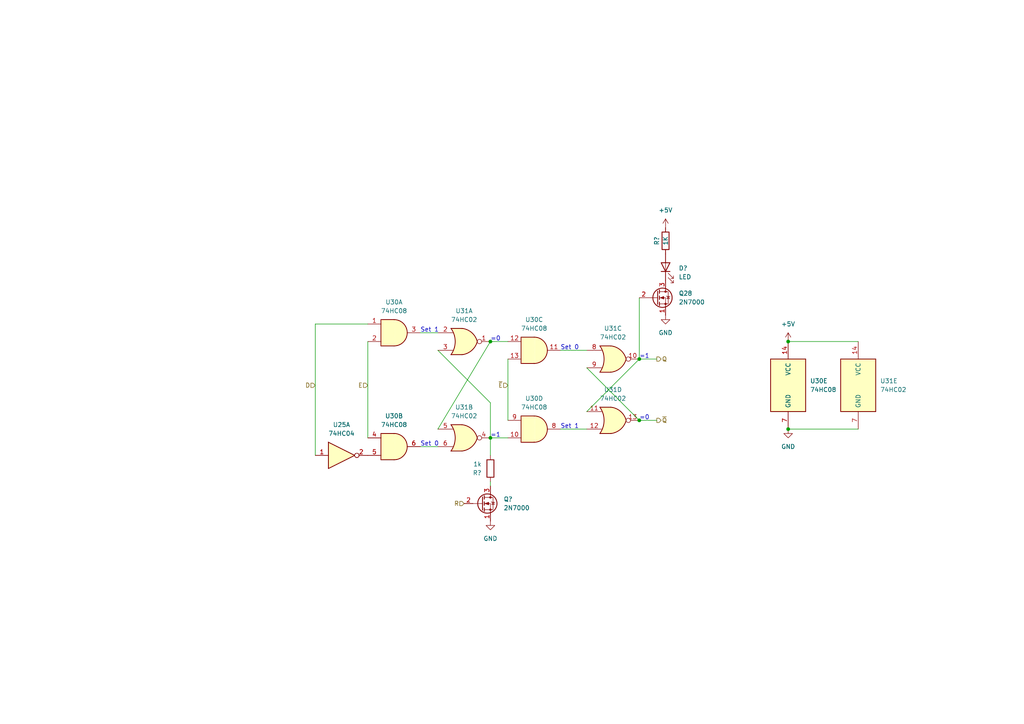
<source format=kicad_sch>
(kicad_sch (version 20230121) (generator eeschema)

  (uuid 0578928b-f756-4913-851f-099f5863784a)

  (paper "A4")

  (lib_symbols
    (symbol "74xx:74HC02" (pin_names (offset 1.016)) (in_bom yes) (on_board yes)
      (property "Reference" "U" (at 0 1.27 0)
        (effects (font (size 1.27 1.27)))
      )
      (property "Value" "74HC02" (at 0 -1.27 0)
        (effects (font (size 1.27 1.27)))
      )
      (property "Footprint" "" (at 0 0 0)
        (effects (font (size 1.27 1.27)) hide)
      )
      (property "Datasheet" "http://www.ti.com/lit/gpn/sn74hc02" (at 0 0 0)
        (effects (font (size 1.27 1.27)) hide)
      )
      (property "ki_locked" "" (at 0 0 0)
        (effects (font (size 1.27 1.27)))
      )
      (property "ki_keywords" "HCMOS Nor2" (at 0 0 0)
        (effects (font (size 1.27 1.27)) hide)
      )
      (property "ki_description" "quad 2-input NOR gate" (at 0 0 0)
        (effects (font (size 1.27 1.27)) hide)
      )
      (property "ki_fp_filters" "SO14* DIP*W7.62mm*" (at 0 0 0)
        (effects (font (size 1.27 1.27)) hide)
      )
      (symbol "74HC02_1_1"
        (arc (start -3.81 -3.81) (mid -2.589 0) (end -3.81 3.81)
          (stroke (width 0.254) (type default))
          (fill (type none))
        )
        (arc (start -0.6096 -3.81) (mid 2.1842 -2.5851) (end 3.81 0)
          (stroke (width 0.254) (type default))
          (fill (type background))
        )
        (polyline
          (pts
            (xy -3.81 -3.81)
            (xy -0.635 -3.81)
          )
          (stroke (width 0.254) (type default))
          (fill (type background))
        )
        (polyline
          (pts
            (xy -3.81 3.81)
            (xy -0.635 3.81)
          )
          (stroke (width 0.254) (type default))
          (fill (type background))
        )
        (polyline
          (pts
            (xy -0.635 3.81)
            (xy -3.81 3.81)
            (xy -3.81 3.81)
            (xy -3.556 3.4036)
            (xy -3.0226 2.2606)
            (xy -2.6924 1.0414)
            (xy -2.6162 -0.254)
            (xy -2.7686 -1.4986)
            (xy -3.175 -2.7178)
            (xy -3.81 -3.81)
            (xy -3.81 -3.81)
            (xy -0.635 -3.81)
          )
          (stroke (width -25.4) (type default))
          (fill (type background))
        )
        (arc (start 3.81 0) (mid 2.1915 2.5936) (end -0.6096 3.81)
          (stroke (width 0.254) (type default))
          (fill (type background))
        )
        (pin output inverted (at 7.62 0 180) (length 3.81)
          (name "~" (effects (font (size 1.27 1.27))))
          (number "1" (effects (font (size 1.27 1.27))))
        )
        (pin input line (at -7.62 2.54 0) (length 4.318)
          (name "~" (effects (font (size 1.27 1.27))))
          (number "2" (effects (font (size 1.27 1.27))))
        )
        (pin input line (at -7.62 -2.54 0) (length 4.318)
          (name "~" (effects (font (size 1.27 1.27))))
          (number "3" (effects (font (size 1.27 1.27))))
        )
      )
      (symbol "74HC02_1_2"
        (arc (start 0 -3.81) (mid 3.7934 0) (end 0 3.81)
          (stroke (width 0.254) (type default))
          (fill (type background))
        )
        (polyline
          (pts
            (xy 0 3.81)
            (xy -3.81 3.81)
            (xy -3.81 -3.81)
            (xy 0 -3.81)
          )
          (stroke (width 0.254) (type default))
          (fill (type background))
        )
        (pin output line (at 7.62 0 180) (length 3.81)
          (name "~" (effects (font (size 1.27 1.27))))
          (number "1" (effects (font (size 1.27 1.27))))
        )
        (pin input inverted (at -7.62 2.54 0) (length 3.81)
          (name "~" (effects (font (size 1.27 1.27))))
          (number "2" (effects (font (size 1.27 1.27))))
        )
        (pin input inverted (at -7.62 -2.54 0) (length 3.81)
          (name "~" (effects (font (size 1.27 1.27))))
          (number "3" (effects (font (size 1.27 1.27))))
        )
      )
      (symbol "74HC02_2_1"
        (arc (start -3.81 -3.81) (mid -2.589 0) (end -3.81 3.81)
          (stroke (width 0.254) (type default))
          (fill (type none))
        )
        (arc (start -0.6096 -3.81) (mid 2.1842 -2.5851) (end 3.81 0)
          (stroke (width 0.254) (type default))
          (fill (type background))
        )
        (polyline
          (pts
            (xy -3.81 -3.81)
            (xy -0.635 -3.81)
          )
          (stroke (width 0.254) (type default))
          (fill (type background))
        )
        (polyline
          (pts
            (xy -3.81 3.81)
            (xy -0.635 3.81)
          )
          (stroke (width 0.254) (type default))
          (fill (type background))
        )
        (polyline
          (pts
            (xy -0.635 3.81)
            (xy -3.81 3.81)
            (xy -3.81 3.81)
            (xy -3.556 3.4036)
            (xy -3.0226 2.2606)
            (xy -2.6924 1.0414)
            (xy -2.6162 -0.254)
            (xy -2.7686 -1.4986)
            (xy -3.175 -2.7178)
            (xy -3.81 -3.81)
            (xy -3.81 -3.81)
            (xy -0.635 -3.81)
          )
          (stroke (width -25.4) (type default))
          (fill (type background))
        )
        (arc (start 3.81 0) (mid 2.1915 2.5936) (end -0.6096 3.81)
          (stroke (width 0.254) (type default))
          (fill (type background))
        )
        (pin output inverted (at 7.62 0 180) (length 3.81)
          (name "~" (effects (font (size 1.27 1.27))))
          (number "4" (effects (font (size 1.27 1.27))))
        )
        (pin input line (at -7.62 2.54 0) (length 4.318)
          (name "~" (effects (font (size 1.27 1.27))))
          (number "5" (effects (font (size 1.27 1.27))))
        )
        (pin input line (at -7.62 -2.54 0) (length 4.318)
          (name "~" (effects (font (size 1.27 1.27))))
          (number "6" (effects (font (size 1.27 1.27))))
        )
      )
      (symbol "74HC02_2_2"
        (arc (start 0 -3.81) (mid 3.7934 0) (end 0 3.81)
          (stroke (width 0.254) (type default))
          (fill (type background))
        )
        (polyline
          (pts
            (xy 0 3.81)
            (xy -3.81 3.81)
            (xy -3.81 -3.81)
            (xy 0 -3.81)
          )
          (stroke (width 0.254) (type default))
          (fill (type background))
        )
        (pin output line (at 7.62 0 180) (length 3.81)
          (name "~" (effects (font (size 1.27 1.27))))
          (number "4" (effects (font (size 1.27 1.27))))
        )
        (pin input inverted (at -7.62 2.54 0) (length 3.81)
          (name "~" (effects (font (size 1.27 1.27))))
          (number "5" (effects (font (size 1.27 1.27))))
        )
        (pin input inverted (at -7.62 -2.54 0) (length 3.81)
          (name "~" (effects (font (size 1.27 1.27))))
          (number "6" (effects (font (size 1.27 1.27))))
        )
      )
      (symbol "74HC02_3_1"
        (arc (start -3.81 -3.81) (mid -2.589 0) (end -3.81 3.81)
          (stroke (width 0.254) (type default))
          (fill (type none))
        )
        (arc (start -0.6096 -3.81) (mid 2.1842 -2.5851) (end 3.81 0)
          (stroke (width 0.254) (type default))
          (fill (type background))
        )
        (polyline
          (pts
            (xy -3.81 -3.81)
            (xy -0.635 -3.81)
          )
          (stroke (width 0.254) (type default))
          (fill (type background))
        )
        (polyline
          (pts
            (xy -3.81 3.81)
            (xy -0.635 3.81)
          )
          (stroke (width 0.254) (type default))
          (fill (type background))
        )
        (polyline
          (pts
            (xy -0.635 3.81)
            (xy -3.81 3.81)
            (xy -3.81 3.81)
            (xy -3.556 3.4036)
            (xy -3.0226 2.2606)
            (xy -2.6924 1.0414)
            (xy -2.6162 -0.254)
            (xy -2.7686 -1.4986)
            (xy -3.175 -2.7178)
            (xy -3.81 -3.81)
            (xy -3.81 -3.81)
            (xy -0.635 -3.81)
          )
          (stroke (width -25.4) (type default))
          (fill (type background))
        )
        (arc (start 3.81 0) (mid 2.1915 2.5936) (end -0.6096 3.81)
          (stroke (width 0.254) (type default))
          (fill (type background))
        )
        (pin output inverted (at 7.62 0 180) (length 3.81)
          (name "~" (effects (font (size 1.27 1.27))))
          (number "10" (effects (font (size 1.27 1.27))))
        )
        (pin input line (at -7.62 2.54 0) (length 4.318)
          (name "~" (effects (font (size 1.27 1.27))))
          (number "8" (effects (font (size 1.27 1.27))))
        )
        (pin input line (at -7.62 -2.54 0) (length 4.318)
          (name "~" (effects (font (size 1.27 1.27))))
          (number "9" (effects (font (size 1.27 1.27))))
        )
      )
      (symbol "74HC02_3_2"
        (arc (start 0 -3.81) (mid 3.7934 0) (end 0 3.81)
          (stroke (width 0.254) (type default))
          (fill (type background))
        )
        (polyline
          (pts
            (xy 0 3.81)
            (xy -3.81 3.81)
            (xy -3.81 -3.81)
            (xy 0 -3.81)
          )
          (stroke (width 0.254) (type default))
          (fill (type background))
        )
        (pin output line (at 7.62 0 180) (length 3.81)
          (name "~" (effects (font (size 1.27 1.27))))
          (number "10" (effects (font (size 1.27 1.27))))
        )
        (pin input inverted (at -7.62 2.54 0) (length 3.81)
          (name "~" (effects (font (size 1.27 1.27))))
          (number "8" (effects (font (size 1.27 1.27))))
        )
        (pin input inverted (at -7.62 -2.54 0) (length 3.81)
          (name "~" (effects (font (size 1.27 1.27))))
          (number "9" (effects (font (size 1.27 1.27))))
        )
      )
      (symbol "74HC02_4_1"
        (arc (start -3.81 -3.81) (mid -2.589 0) (end -3.81 3.81)
          (stroke (width 0.254) (type default))
          (fill (type none))
        )
        (arc (start -0.6096 -3.81) (mid 2.1842 -2.5851) (end 3.81 0)
          (stroke (width 0.254) (type default))
          (fill (type background))
        )
        (polyline
          (pts
            (xy -3.81 -3.81)
            (xy -0.635 -3.81)
          )
          (stroke (width 0.254) (type default))
          (fill (type background))
        )
        (polyline
          (pts
            (xy -3.81 3.81)
            (xy -0.635 3.81)
          )
          (stroke (width 0.254) (type default))
          (fill (type background))
        )
        (polyline
          (pts
            (xy -0.635 3.81)
            (xy -3.81 3.81)
            (xy -3.81 3.81)
            (xy -3.556 3.4036)
            (xy -3.0226 2.2606)
            (xy -2.6924 1.0414)
            (xy -2.6162 -0.254)
            (xy -2.7686 -1.4986)
            (xy -3.175 -2.7178)
            (xy -3.81 -3.81)
            (xy -3.81 -3.81)
            (xy -0.635 -3.81)
          )
          (stroke (width -25.4) (type default))
          (fill (type background))
        )
        (arc (start 3.81 0) (mid 2.1915 2.5936) (end -0.6096 3.81)
          (stroke (width 0.254) (type default))
          (fill (type background))
        )
        (pin input line (at -7.62 2.54 0) (length 4.318)
          (name "~" (effects (font (size 1.27 1.27))))
          (number "11" (effects (font (size 1.27 1.27))))
        )
        (pin input line (at -7.62 -2.54 0) (length 4.318)
          (name "~" (effects (font (size 1.27 1.27))))
          (number "12" (effects (font (size 1.27 1.27))))
        )
        (pin output inverted (at 7.62 0 180) (length 3.81)
          (name "~" (effects (font (size 1.27 1.27))))
          (number "13" (effects (font (size 1.27 1.27))))
        )
      )
      (symbol "74HC02_4_2"
        (arc (start 0 -3.81) (mid 3.7934 0) (end 0 3.81)
          (stroke (width 0.254) (type default))
          (fill (type background))
        )
        (polyline
          (pts
            (xy 0 3.81)
            (xy -3.81 3.81)
            (xy -3.81 -3.81)
            (xy 0 -3.81)
          )
          (stroke (width 0.254) (type default))
          (fill (type background))
        )
        (pin input inverted (at -7.62 2.54 0) (length 3.81)
          (name "~" (effects (font (size 1.27 1.27))))
          (number "11" (effects (font (size 1.27 1.27))))
        )
        (pin input inverted (at -7.62 -2.54 0) (length 3.81)
          (name "~" (effects (font (size 1.27 1.27))))
          (number "12" (effects (font (size 1.27 1.27))))
        )
        (pin output line (at 7.62 0 180) (length 3.81)
          (name "~" (effects (font (size 1.27 1.27))))
          (number "13" (effects (font (size 1.27 1.27))))
        )
      )
      (symbol "74HC02_5_0"
        (pin power_in line (at 0 12.7 270) (length 5.08)
          (name "VCC" (effects (font (size 1.27 1.27))))
          (number "14" (effects (font (size 1.27 1.27))))
        )
        (pin power_in line (at 0 -12.7 90) (length 5.08)
          (name "GND" (effects (font (size 1.27 1.27))))
          (number "7" (effects (font (size 1.27 1.27))))
        )
      )
      (symbol "74HC02_5_1"
        (rectangle (start -5.08 7.62) (end 5.08 -7.62)
          (stroke (width 0.254) (type default))
          (fill (type background))
        )
      )
    )
    (symbol "74xx:74HC04" (in_bom yes) (on_board yes)
      (property "Reference" "U" (at 0 1.27 0)
        (effects (font (size 1.27 1.27)))
      )
      (property "Value" "74HC04" (at 0 -1.27 0)
        (effects (font (size 1.27 1.27)))
      )
      (property "Footprint" "" (at 0 0 0)
        (effects (font (size 1.27 1.27)) hide)
      )
      (property "Datasheet" "https://assets.nexperia.com/documents/data-sheet/74HC_HCT04.pdf" (at 0 0 0)
        (effects (font (size 1.27 1.27)) hide)
      )
      (property "ki_locked" "" (at 0 0 0)
        (effects (font (size 1.27 1.27)))
      )
      (property "ki_keywords" "HCMOS not inv" (at 0 0 0)
        (effects (font (size 1.27 1.27)) hide)
      )
      (property "ki_description" "Hex Inverter" (at 0 0 0)
        (effects (font (size 1.27 1.27)) hide)
      )
      (property "ki_fp_filters" "DIP*W7.62mm* SSOP?14* TSSOP?14*" (at 0 0 0)
        (effects (font (size 1.27 1.27)) hide)
      )
      (symbol "74HC04_1_0"
        (polyline
          (pts
            (xy -3.81 3.81)
            (xy -3.81 -3.81)
            (xy 3.81 0)
            (xy -3.81 3.81)
          )
          (stroke (width 0.254) (type default))
          (fill (type background))
        )
        (pin input line (at -7.62 0 0) (length 3.81)
          (name "~" (effects (font (size 1.27 1.27))))
          (number "1" (effects (font (size 1.27 1.27))))
        )
        (pin output inverted (at 7.62 0 180) (length 3.81)
          (name "~" (effects (font (size 1.27 1.27))))
          (number "2" (effects (font (size 1.27 1.27))))
        )
      )
      (symbol "74HC04_2_0"
        (polyline
          (pts
            (xy -3.81 3.81)
            (xy -3.81 -3.81)
            (xy 3.81 0)
            (xy -3.81 3.81)
          )
          (stroke (width 0.254) (type default))
          (fill (type background))
        )
        (pin input line (at -7.62 0 0) (length 3.81)
          (name "~" (effects (font (size 1.27 1.27))))
          (number "3" (effects (font (size 1.27 1.27))))
        )
        (pin output inverted (at 7.62 0 180) (length 3.81)
          (name "~" (effects (font (size 1.27 1.27))))
          (number "4" (effects (font (size 1.27 1.27))))
        )
      )
      (symbol "74HC04_3_0"
        (polyline
          (pts
            (xy -3.81 3.81)
            (xy -3.81 -3.81)
            (xy 3.81 0)
            (xy -3.81 3.81)
          )
          (stroke (width 0.254) (type default))
          (fill (type background))
        )
        (pin input line (at -7.62 0 0) (length 3.81)
          (name "~" (effects (font (size 1.27 1.27))))
          (number "5" (effects (font (size 1.27 1.27))))
        )
        (pin output inverted (at 7.62 0 180) (length 3.81)
          (name "~" (effects (font (size 1.27 1.27))))
          (number "6" (effects (font (size 1.27 1.27))))
        )
      )
      (symbol "74HC04_4_0"
        (polyline
          (pts
            (xy -3.81 3.81)
            (xy -3.81 -3.81)
            (xy 3.81 0)
            (xy -3.81 3.81)
          )
          (stroke (width 0.254) (type default))
          (fill (type background))
        )
        (pin output inverted (at 7.62 0 180) (length 3.81)
          (name "~" (effects (font (size 1.27 1.27))))
          (number "8" (effects (font (size 1.27 1.27))))
        )
        (pin input line (at -7.62 0 0) (length 3.81)
          (name "~" (effects (font (size 1.27 1.27))))
          (number "9" (effects (font (size 1.27 1.27))))
        )
      )
      (symbol "74HC04_5_0"
        (polyline
          (pts
            (xy -3.81 3.81)
            (xy -3.81 -3.81)
            (xy 3.81 0)
            (xy -3.81 3.81)
          )
          (stroke (width 0.254) (type default))
          (fill (type background))
        )
        (pin output inverted (at 7.62 0 180) (length 3.81)
          (name "~" (effects (font (size 1.27 1.27))))
          (number "10" (effects (font (size 1.27 1.27))))
        )
        (pin input line (at -7.62 0 0) (length 3.81)
          (name "~" (effects (font (size 1.27 1.27))))
          (number "11" (effects (font (size 1.27 1.27))))
        )
      )
      (symbol "74HC04_6_0"
        (polyline
          (pts
            (xy -3.81 3.81)
            (xy -3.81 -3.81)
            (xy 3.81 0)
            (xy -3.81 3.81)
          )
          (stroke (width 0.254) (type default))
          (fill (type background))
        )
        (pin output inverted (at 7.62 0 180) (length 3.81)
          (name "~" (effects (font (size 1.27 1.27))))
          (number "12" (effects (font (size 1.27 1.27))))
        )
        (pin input line (at -7.62 0 0) (length 3.81)
          (name "~" (effects (font (size 1.27 1.27))))
          (number "13" (effects (font (size 1.27 1.27))))
        )
      )
      (symbol "74HC04_7_0"
        (pin power_in line (at 0 12.7 270) (length 5.08)
          (name "VCC" (effects (font (size 1.27 1.27))))
          (number "14" (effects (font (size 1.27 1.27))))
        )
        (pin power_in line (at 0 -12.7 90) (length 5.08)
          (name "GND" (effects (font (size 1.27 1.27))))
          (number "7" (effects (font (size 1.27 1.27))))
        )
      )
      (symbol "74HC04_7_1"
        (rectangle (start -5.08 7.62) (end 5.08 -7.62)
          (stroke (width 0.254) (type default))
          (fill (type background))
        )
      )
    )
    (symbol "Device:LED" (pin_numbers hide) (pin_names (offset 1.016) hide) (in_bom yes) (on_board yes)
      (property "Reference" "D" (at 0 2.54 0)
        (effects (font (size 1.27 1.27)))
      )
      (property "Value" "LED" (at 0 -2.54 0)
        (effects (font (size 1.27 1.27)))
      )
      (property "Footprint" "" (at 0 0 0)
        (effects (font (size 1.27 1.27)) hide)
      )
      (property "Datasheet" "~" (at 0 0 0)
        (effects (font (size 1.27 1.27)) hide)
      )
      (property "ki_keywords" "LED diode" (at 0 0 0)
        (effects (font (size 1.27 1.27)) hide)
      )
      (property "ki_description" "Light emitting diode" (at 0 0 0)
        (effects (font (size 1.27 1.27)) hide)
      )
      (property "ki_fp_filters" "LED* LED_SMD:* LED_THT:*" (at 0 0 0)
        (effects (font (size 1.27 1.27)) hide)
      )
      (symbol "LED_0_1"
        (polyline
          (pts
            (xy -1.27 -1.27)
            (xy -1.27 1.27)
          )
          (stroke (width 0.254) (type default))
          (fill (type none))
        )
        (polyline
          (pts
            (xy -1.27 0)
            (xy 1.27 0)
          )
          (stroke (width 0) (type default))
          (fill (type none))
        )
        (polyline
          (pts
            (xy 1.27 -1.27)
            (xy 1.27 1.27)
            (xy -1.27 0)
            (xy 1.27 -1.27)
          )
          (stroke (width 0.254) (type default))
          (fill (type none))
        )
        (polyline
          (pts
            (xy -3.048 -0.762)
            (xy -4.572 -2.286)
            (xy -3.81 -2.286)
            (xy -4.572 -2.286)
            (xy -4.572 -1.524)
          )
          (stroke (width 0) (type default))
          (fill (type none))
        )
        (polyline
          (pts
            (xy -1.778 -0.762)
            (xy -3.302 -2.286)
            (xy -2.54 -2.286)
            (xy -3.302 -2.286)
            (xy -3.302 -1.524)
          )
          (stroke (width 0) (type default))
          (fill (type none))
        )
      )
      (symbol "LED_1_1"
        (pin passive line (at -3.81 0 0) (length 2.54)
          (name "K" (effects (font (size 1.27 1.27))))
          (number "1" (effects (font (size 1.27 1.27))))
        )
        (pin passive line (at 3.81 0 180) (length 2.54)
          (name "A" (effects (font (size 1.27 1.27))))
          (number "2" (effects (font (size 1.27 1.27))))
        )
      )
    )
    (symbol "Device:R" (pin_numbers hide) (pin_names (offset 0)) (in_bom yes) (on_board yes)
      (property "Reference" "R" (at 2.032 0 90)
        (effects (font (size 1.27 1.27)))
      )
      (property "Value" "R" (at 0 0 90)
        (effects (font (size 1.27 1.27)))
      )
      (property "Footprint" "" (at -1.778 0 90)
        (effects (font (size 1.27 1.27)) hide)
      )
      (property "Datasheet" "~" (at 0 0 0)
        (effects (font (size 1.27 1.27)) hide)
      )
      (property "ki_keywords" "R res resistor" (at 0 0 0)
        (effects (font (size 1.27 1.27)) hide)
      )
      (property "ki_description" "Resistor" (at 0 0 0)
        (effects (font (size 1.27 1.27)) hide)
      )
      (property "ki_fp_filters" "R_*" (at 0 0 0)
        (effects (font (size 1.27 1.27)) hide)
      )
      (symbol "R_0_1"
        (rectangle (start -1.016 -2.54) (end 1.016 2.54)
          (stroke (width 0.254) (type default))
          (fill (type none))
        )
      )
      (symbol "R_1_1"
        (pin passive line (at 0 3.81 270) (length 1.27)
          (name "~" (effects (font (size 1.27 1.27))))
          (number "1" (effects (font (size 1.27 1.27))))
        )
        (pin passive line (at 0 -3.81 90) (length 1.27)
          (name "~" (effects (font (size 1.27 1.27))))
          (number "2" (effects (font (size 1.27 1.27))))
        )
      )
    )
    (symbol "Personal_Library:74HC08" (pin_names (offset 1.016)) (in_bom yes) (on_board yes)
      (property "Reference" "U" (at 0 1.27 0)
        (effects (font (size 1.27 1.27)))
      )
      (property "Value" "74HC08" (at 0 -1.27 0)
        (effects (font (size 1.27 1.27)))
      )
      (property "Footprint" "Package_DIP:DIP-14_W7.62mm_Socket" (at 0 -5.08 0)
        (effects (font (size 1.27 1.27)) hide)
      )
      (property "Datasheet" "https://www.ti.com/lit/ds/symlink/sn74hc08.pdf?ts=1696854162712" (at 0 -6.35 0)
        (effects (font (size 1.27 1.27)) hide)
      )
      (property "ki_locked" "" (at 0 0 0)
        (effects (font (size 1.27 1.27)))
      )
      (symbol "74HC08_1_1"
        (arc (start 0 -3.81) (mid 3.7934 0) (end 0 3.81)
          (stroke (width 0.254) (type default))
          (fill (type background))
        )
        (polyline
          (pts
            (xy 0 3.81)
            (xy -3.81 3.81)
            (xy -3.81 -3.81)
            (xy 0 -3.81)
          )
          (stroke (width 0.254) (type default))
          (fill (type background))
        )
        (pin input line (at -7.62 2.54 0) (length 3.81)
          (name "~" (effects (font (size 1.27 1.27))))
          (number "1" (effects (font (size 1.27 1.27))))
        )
        (pin input line (at -7.62 -2.54 0) (length 3.81)
          (name "~" (effects (font (size 1.27 1.27))))
          (number "2" (effects (font (size 1.27 1.27))))
        )
        (pin output line (at 7.62 0 180) (length 3.81)
          (name "~" (effects (font (size 1.27 1.27))))
          (number "3" (effects (font (size 1.27 1.27))))
        )
      )
      (symbol "74HC08_2_1"
        (arc (start 0 -3.81) (mid 3.7934 0) (end 0 3.81)
          (stroke (width 0.254) (type default))
          (fill (type background))
        )
        (polyline
          (pts
            (xy 0 3.81)
            (xy -3.81 3.81)
            (xy -3.81 -3.81)
            (xy 0 -3.81)
          )
          (stroke (width 0.254) (type default))
          (fill (type background))
        )
        (pin input line (at -7.62 2.54 0) (length 3.81)
          (name "~" (effects (font (size 1.27 1.27))))
          (number "4" (effects (font (size 1.27 1.27))))
        )
        (pin input line (at -7.62 -2.54 0) (length 3.81)
          (name "~" (effects (font (size 1.27 1.27))))
          (number "5" (effects (font (size 1.27 1.27))))
        )
        (pin output line (at 7.62 0 180) (length 3.81)
          (name "~" (effects (font (size 1.27 1.27))))
          (number "6" (effects (font (size 1.27 1.27))))
        )
      )
      (symbol "74HC08_3_1"
        (arc (start 0 -3.81) (mid 3.7934 0) (end 0 3.81)
          (stroke (width 0.254) (type default))
          (fill (type background))
        )
        (polyline
          (pts
            (xy 0 3.81)
            (xy -3.81 3.81)
            (xy -3.81 -3.81)
            (xy 0 -3.81)
          )
          (stroke (width 0.254) (type default))
          (fill (type background))
        )
        (pin output line (at 7.62 0 180) (length 3.81)
          (name "~" (effects (font (size 1.27 1.27))))
          (number "11" (effects (font (size 1.27 1.27))))
        )
        (pin input line (at -7.62 2.54 0) (length 3.81)
          (name "~" (effects (font (size 1.27 1.27))))
          (number "12" (effects (font (size 1.27 1.27))))
        )
        (pin input line (at -7.62 -2.54 0) (length 3.81)
          (name "~" (effects (font (size 1.27 1.27))))
          (number "13" (effects (font (size 1.27 1.27))))
        )
      )
      (symbol "74HC08_4_1"
        (arc (start 0 -3.81) (mid 3.7934 0) (end 0 3.81)
          (stroke (width 0.254) (type default))
          (fill (type background))
        )
        (polyline
          (pts
            (xy 0 3.81)
            (xy -3.81 3.81)
            (xy -3.81 -3.81)
            (xy 0 -3.81)
          )
          (stroke (width 0.254) (type default))
          (fill (type background))
        )
        (pin input line (at -7.62 -2.54 0) (length 3.81)
          (name "~" (effects (font (size 1.27 1.27))))
          (number "10" (effects (font (size 1.27 1.27))))
        )
        (pin output line (at 7.62 0 180) (length 3.81)
          (name "~" (effects (font (size 1.27 1.27))))
          (number "8" (effects (font (size 1.27 1.27))))
        )
        (pin input line (at -7.62 2.54 0) (length 3.81)
          (name "~" (effects (font (size 1.27 1.27))))
          (number "9" (effects (font (size 1.27 1.27))))
        )
      )
      (symbol "74HC08_5_0"
        (pin power_in line (at 0 12.7 270) (length 5.08)
          (name "VCC" (effects (font (size 1.27 1.27))))
          (number "14" (effects (font (size 1.27 1.27))))
        )
        (pin power_in line (at 0 -12.7 90) (length 5.08)
          (name "GND" (effects (font (size 1.27 1.27))))
          (number "7" (effects (font (size 1.27 1.27))))
        )
      )
      (symbol "74HC08_5_1"
        (rectangle (start -5.08 7.62) (end 5.08 -7.62)
          (stroke (width 0.254) (type default))
          (fill (type background))
        )
      )
    )
    (symbol "Transistor_FET:2N7000" (pin_names hide) (in_bom yes) (on_board yes)
      (property "Reference" "Q" (at 5.08 1.905 0)
        (effects (font (size 1.27 1.27)) (justify left))
      )
      (property "Value" "2N7000" (at 5.08 0 0)
        (effects (font (size 1.27 1.27)) (justify left))
      )
      (property "Footprint" "Package_TO_SOT_THT:TO-92_Inline" (at 5.08 -1.905 0)
        (effects (font (size 1.27 1.27) italic) (justify left) hide)
      )
      (property "Datasheet" "https://www.vishay.com/docs/70226/70226.pdf" (at 0 0 0)
        (effects (font (size 1.27 1.27)) (justify left) hide)
      )
      (property "ki_keywords" "N-Channel MOSFET Logic-Level" (at 0 0 0)
        (effects (font (size 1.27 1.27)) hide)
      )
      (property "ki_description" "0.2A Id, 200V Vds, N-Channel MOSFET, 2.6V Logic Level, TO-92" (at 0 0 0)
        (effects (font (size 1.27 1.27)) hide)
      )
      (property "ki_fp_filters" "TO?92*" (at 0 0 0)
        (effects (font (size 1.27 1.27)) hide)
      )
      (symbol "2N7000_0_1"
        (polyline
          (pts
            (xy 0.254 0)
            (xy -2.54 0)
          )
          (stroke (width 0) (type default))
          (fill (type none))
        )
        (polyline
          (pts
            (xy 0.254 1.905)
            (xy 0.254 -1.905)
          )
          (stroke (width 0.254) (type default))
          (fill (type none))
        )
        (polyline
          (pts
            (xy 0.762 -1.27)
            (xy 0.762 -2.286)
          )
          (stroke (width 0.254) (type default))
          (fill (type none))
        )
        (polyline
          (pts
            (xy 0.762 0.508)
            (xy 0.762 -0.508)
          )
          (stroke (width 0.254) (type default))
          (fill (type none))
        )
        (polyline
          (pts
            (xy 0.762 2.286)
            (xy 0.762 1.27)
          )
          (stroke (width 0.254) (type default))
          (fill (type none))
        )
        (polyline
          (pts
            (xy 2.54 2.54)
            (xy 2.54 1.778)
          )
          (stroke (width 0) (type default))
          (fill (type none))
        )
        (polyline
          (pts
            (xy 2.54 -2.54)
            (xy 2.54 0)
            (xy 0.762 0)
          )
          (stroke (width 0) (type default))
          (fill (type none))
        )
        (polyline
          (pts
            (xy 0.762 -1.778)
            (xy 3.302 -1.778)
            (xy 3.302 1.778)
            (xy 0.762 1.778)
          )
          (stroke (width 0) (type default))
          (fill (type none))
        )
        (polyline
          (pts
            (xy 1.016 0)
            (xy 2.032 0.381)
            (xy 2.032 -0.381)
            (xy 1.016 0)
          )
          (stroke (width 0) (type default))
          (fill (type outline))
        )
        (polyline
          (pts
            (xy 2.794 0.508)
            (xy 2.921 0.381)
            (xy 3.683 0.381)
            (xy 3.81 0.254)
          )
          (stroke (width 0) (type default))
          (fill (type none))
        )
        (polyline
          (pts
            (xy 3.302 0.381)
            (xy 2.921 -0.254)
            (xy 3.683 -0.254)
            (xy 3.302 0.381)
          )
          (stroke (width 0) (type default))
          (fill (type none))
        )
        (circle (center 1.651 0) (radius 2.794)
          (stroke (width 0.254) (type default))
          (fill (type none))
        )
        (circle (center 2.54 -1.778) (radius 0.254)
          (stroke (width 0) (type default))
          (fill (type outline))
        )
        (circle (center 2.54 1.778) (radius 0.254)
          (stroke (width 0) (type default))
          (fill (type outline))
        )
      )
      (symbol "2N7000_1_1"
        (pin passive line (at 2.54 -5.08 90) (length 2.54)
          (name "S" (effects (font (size 1.27 1.27))))
          (number "1" (effects (font (size 1.27 1.27))))
        )
        (pin input line (at -5.08 0 0) (length 2.54)
          (name "G" (effects (font (size 1.27 1.27))))
          (number "2" (effects (font (size 1.27 1.27))))
        )
        (pin passive line (at 2.54 5.08 270) (length 2.54)
          (name "D" (effects (font (size 1.27 1.27))))
          (number "3" (effects (font (size 1.27 1.27))))
        )
      )
    )
    (symbol "power:+5V" (power) (pin_names (offset 0)) (in_bom yes) (on_board yes)
      (property "Reference" "#PWR" (at 0 -3.81 0)
        (effects (font (size 1.27 1.27)) hide)
      )
      (property "Value" "+5V" (at 0 3.556 0)
        (effects (font (size 1.27 1.27)))
      )
      (property "Footprint" "" (at 0 0 0)
        (effects (font (size 1.27 1.27)) hide)
      )
      (property "Datasheet" "" (at 0 0 0)
        (effects (font (size 1.27 1.27)) hide)
      )
      (property "ki_keywords" "global power" (at 0 0 0)
        (effects (font (size 1.27 1.27)) hide)
      )
      (property "ki_description" "Power symbol creates a global label with name \"+5V\"" (at 0 0 0)
        (effects (font (size 1.27 1.27)) hide)
      )
      (symbol "+5V_0_1"
        (polyline
          (pts
            (xy -0.762 1.27)
            (xy 0 2.54)
          )
          (stroke (width 0) (type default))
          (fill (type none))
        )
        (polyline
          (pts
            (xy 0 0)
            (xy 0 2.54)
          )
          (stroke (width 0) (type default))
          (fill (type none))
        )
        (polyline
          (pts
            (xy 0 2.54)
            (xy 0.762 1.27)
          )
          (stroke (width 0) (type default))
          (fill (type none))
        )
      )
      (symbol "+5V_1_1"
        (pin power_in line (at 0 0 90) (length 0) hide
          (name "+5V" (effects (font (size 1.27 1.27))))
          (number "1" (effects (font (size 1.27 1.27))))
        )
      )
    )
    (symbol "power:GND" (power) (pin_names (offset 0)) (in_bom yes) (on_board yes)
      (property "Reference" "#PWR" (at 0 -6.35 0)
        (effects (font (size 1.27 1.27)) hide)
      )
      (property "Value" "GND" (at 0 -3.81 0)
        (effects (font (size 1.27 1.27)))
      )
      (property "Footprint" "" (at 0 0 0)
        (effects (font (size 1.27 1.27)) hide)
      )
      (property "Datasheet" "" (at 0 0 0)
        (effects (font (size 1.27 1.27)) hide)
      )
      (property "ki_keywords" "global power" (at 0 0 0)
        (effects (font (size 1.27 1.27)) hide)
      )
      (property "ki_description" "Power symbol creates a global label with name \"GND\" , ground" (at 0 0 0)
        (effects (font (size 1.27 1.27)) hide)
      )
      (symbol "GND_0_1"
        (polyline
          (pts
            (xy 0 0)
            (xy 0 -1.27)
            (xy 1.27 -1.27)
            (xy 0 -2.54)
            (xy -1.27 -1.27)
            (xy 0 -1.27)
          )
          (stroke (width 0) (type default))
          (fill (type none))
        )
      )
      (symbol "GND_1_1"
        (pin power_in line (at 0 0 270) (length 0) hide
          (name "GND" (effects (font (size 1.27 1.27))))
          (number "1" (effects (font (size 1.27 1.27))))
        )
      )
    )
  )

  (junction (at 142.24 99.06) (diameter 0) (color 0 0 0 0)
    (uuid 096a821f-ce7a-448e-beef-9e5aca49dbae)
  )
  (junction (at 185.42 121.92) (diameter 0) (color 0 0 0 0)
    (uuid 180bb58c-1e16-481b-878a-89f1020818cc)
  )
  (junction (at 185.42 104.14) (diameter 0) (color 0 0 0 0)
    (uuid 1f08917a-0178-4f27-b258-28896afa63ed)
  )
  (junction (at 228.6 99.06) (diameter 0) (color 0 0 0 0)
    (uuid 524748b2-fa7f-4a14-bbed-75bcd3950c6a)
  )
  (junction (at 228.6 124.46) (diameter 0) (color 0 0 0 0)
    (uuid a0ab2577-dbff-4761-b7ef-28ecab5ff403)
  )
  (junction (at 142.24 127) (diameter 0) (color 0 0 0 0)
    (uuid b30aa82c-1323-4de4-83c4-85fe492ead46)
  )

  (wire (pts (xy 185.42 104.14) (xy 170.18 119.38))
    (stroke (width 0) (type default))
    (uuid 0dbbd8df-0682-4f42-8705-40b3fe703ca9)
  )
  (wire (pts (xy 127 101.6) (xy 142.24 116.84))
    (stroke (width 0) (type default))
    (uuid 142cd346-42b3-4908-9e70-b0bf8eb9cdf3)
  )
  (wire (pts (xy 185.42 121.92) (xy 190.5 121.92))
    (stroke (width 0) (type default))
    (uuid 4df5c19e-20aa-44b8-9040-7f7f9ba0cf36)
  )
  (wire (pts (xy 185.42 104.14) (xy 190.5 104.14))
    (stroke (width 0) (type default))
    (uuid 5244650b-afb9-4bf9-ad47-0f8ad39a1ab3)
  )
  (wire (pts (xy 142.24 132.08) (xy 142.24 127))
    (stroke (width 0) (type default))
    (uuid 534db342-6e73-4a01-b3bc-f388e3e8ec6c)
  )
  (wire (pts (xy 142.24 127) (xy 147.32 127))
    (stroke (width 0) (type default))
    (uuid 5a58f792-d5f2-4fb4-9c08-3198d58b67fe)
  )
  (wire (pts (xy 142.24 99.06) (xy 127 124.46))
    (stroke (width 0) (type default))
    (uuid 67d51425-30b1-4cac-91c1-e168fd87136f)
  )
  (wire (pts (xy 170.18 106.68) (xy 185.42 121.92))
    (stroke (width 0) (type default))
    (uuid 6f9de003-9c07-41be-b0d4-664cf69c22e8)
  )
  (wire (pts (xy 162.56 101.6) (xy 170.18 101.6))
    (stroke (width 0) (type default))
    (uuid 78a38874-30d6-4010-b843-9f695f30639d)
  )
  (wire (pts (xy 142.24 116.84) (xy 142.24 127))
    (stroke (width 0) (type default))
    (uuid 7d158b78-9a01-434d-8620-67d69c8f917e)
  )
  (wire (pts (xy 147.32 104.14) (xy 147.32 121.92))
    (stroke (width 0) (type default))
    (uuid 7db79f95-3928-46c2-9477-1c06bc870470)
  )
  (wire (pts (xy 91.44 93.98) (xy 106.68 93.98))
    (stroke (width 0) (type default))
    (uuid 7dc2023b-031a-4624-838f-74963aae7b28)
  )
  (wire (pts (xy 106.68 99.06) (xy 106.68 127))
    (stroke (width 0) (type default))
    (uuid 7ef29b9f-5192-4471-b5bb-59737e62286f)
  )
  (wire (pts (xy 121.92 129.54) (xy 127 129.54))
    (stroke (width 0) (type default))
    (uuid 80076747-7f1e-47fa-84ef-c873f5f7a4eb)
  )
  (wire (pts (xy 121.92 96.52) (xy 127 96.52))
    (stroke (width 0) (type default))
    (uuid 9e7c861e-5a68-449d-a770-ccdfbe0571b8)
  )
  (wire (pts (xy 162.56 124.46) (xy 170.18 124.46))
    (stroke (width 0) (type default))
    (uuid a71853a4-bd5d-471a-8d9e-bef7773f4075)
  )
  (wire (pts (xy 91.44 93.98) (xy 91.44 132.08))
    (stroke (width 0) (type default))
    (uuid c95d867c-05e6-4954-9984-f1d953350a93)
  )
  (wire (pts (xy 142.24 140.97) (xy 142.24 139.7))
    (stroke (width 0) (type default))
    (uuid d69d80f3-3803-4ad0-b88e-f846039e7486)
  )
  (wire (pts (xy 228.6 99.06) (xy 248.92 99.06))
    (stroke (width 0) (type default))
    (uuid d81ddd64-5398-4fc3-a587-9317c5d01548)
  )
  (wire (pts (xy 228.6 124.46) (xy 248.92 124.46))
    (stroke (width 0) (type default))
    (uuid df7bcabe-2dd3-4b5e-9440-a0756c808fea)
  )
  (wire (pts (xy 185.42 104.14) (xy 185.42 86.36))
    (stroke (width 0) (type default))
    (uuid e252b947-ead9-4def-9515-0149548a7f65)
  )
  (wire (pts (xy 142.24 99.06) (xy 147.32 99.06))
    (stroke (width 0) (type default))
    (uuid f0b1eb70-53c5-40f0-b72e-e0d0da289a32)
  )

  (text "=1\n" (at 185.42 104.14 0)
    (effects (font (size 1.27 1.27)) (justify left bottom))
    (uuid 595a6fad-b5ff-403f-a7a6-8a8717d6c8c0)
  )
  (text "=0\n" (at 142.24 99.06 0)
    (effects (font (size 1.27 1.27)) (justify left bottom))
    (uuid 5f6d816a-0d7f-4486-9edc-254d25e5b983)
  )
  (text "Set 0" (at 121.92 129.54 0)
    (effects (font (size 1.27 1.27)) (justify left bottom))
    (uuid 61224753-d69f-4b5c-87db-7fdecf600eae)
  )
  (text "=1" (at 142.24 127 0)
    (effects (font (size 1.27 1.27)) (justify left bottom))
    (uuid 8f61d385-c754-4ce3-aa8d-690e57c386c3)
  )
  (text "Set 1" (at 121.92 96.52 0)
    (effects (font (size 1.27 1.27)) (justify left bottom))
    (uuid bdd48905-248d-4cd3-b88d-12ac5646ca84)
  )
  (text "=0\n" (at 185.42 121.92 0)
    (effects (font (size 1.27 1.27)) (justify left bottom))
    (uuid bdfc03f3-412f-43db-9f54-31e1109ce11b)
  )
  (text "Set 1" (at 162.56 124.46 0)
    (effects (font (size 1.27 1.27)) (justify left bottom))
    (uuid d7cecc50-74fa-44af-94e9-2dae7f264a25)
  )
  (text "Set 0" (at 162.56 101.6 0)
    (effects (font (size 1.27 1.27)) (justify left bottom))
    (uuid f3bb0ab7-a4a9-468d-9899-3228001cf5da)
  )

  (hierarchical_label "~{Q}" (shape output) (at 190.5 121.92 0) (fields_autoplaced)
    (effects (font (size 1.27 1.27)) (justify left))
    (uuid 1ea0316e-937e-4d4d-ae36-d059ad94bd74)
  )
  (hierarchical_label "D" (shape input) (at 91.44 111.76 180) (fields_autoplaced)
    (effects (font (size 1.27 1.27)) (justify right))
    (uuid 5e79568d-0cd9-48ad-a68a-85292f3fef94)
  )
  (hierarchical_label "R" (shape input) (at 134.62 146.05 180) (fields_autoplaced)
    (effects (font (size 1.27 1.27)) (justify right))
    (uuid 88a2eafc-165e-4b45-a0e2-5116a6eab98f)
  )
  (hierarchical_label "~{E}" (shape input) (at 147.32 111.76 180) (fields_autoplaced)
    (effects (font (size 1.27 1.27)) (justify right))
    (uuid 8f7ab060-a87c-4280-a667-91f156489966)
  )
  (hierarchical_label "Q" (shape output) (at 190.5 104.14 0) (fields_autoplaced)
    (effects (font (size 1.27 1.27)) (justify left))
    (uuid 9a791222-425a-4c7a-8c25-81728211161a)
  )
  (hierarchical_label "E" (shape input) (at 106.68 111.76 180) (fields_autoplaced)
    (effects (font (size 1.27 1.27)) (justify right))
    (uuid cf3543a4-e7af-41dc-a10e-bef5881b9c0d)
  )

  (symbol (lib_id "Transistor_FET:2N7000") (at 139.7 146.05 0) (unit 1)
    (in_bom yes) (on_board yes) (dnp no)
    (uuid 1b5ce8ad-0dd7-4706-ac6e-e4ef2a26de37)
    (property "Reference" "Q?" (at 146.05 144.78 0)
      (effects (font (size 1.27 1.27)) (justify left))
    )
    (property "Value" "2N7000" (at 146.05 147.32 0)
      (effects (font (size 1.27 1.27)) (justify left))
    )
    (property "Footprint" "Package_TO_SOT_THT:TO-92_Inline" (at 144.78 147.955 0)
      (effects (font (size 1.27 1.27) italic) (justify left) hide)
    )
    (property "Datasheet" "https://www.vishay.com/docs/70226/70226.pdf" (at 139.7 146.05 0)
      (effects (font (size 1.27 1.27)) (justify left) hide)
    )
    (pin "1" (uuid 6d0dbbf2-20dd-457e-9928-7ea5cc3c7aa9))
    (pin "2" (uuid 064d9080-660c-4919-a7f2-e7213915b8d3))
    (pin "3" (uuid cab9942b-7a7d-462f-98de-c9bc00eca5ea))
    (instances
      (project "ALU"
        (path "/c7042fcd-0b8a-40b2-acdb-0a382389991a/dfaed007-8bba-415c-b5ec-1195b9fbd2de"
          (reference "Q?") (unit 1)
        )
        (path "/c7042fcd-0b8a-40b2-acdb-0a382389991a/dfaed007-8bba-415c-b5ec-1195b9fbd2de/da9f69d6-729d-449e-923a-2787d7935378"
          (reference "Q?") (unit 1)
        )
        (path "/c7042fcd-0b8a-40b2-acdb-0a382389991a/10543ba5-86eb-4e7c-b46b-5210e0b72ed3/a768d6cb-d155-4984-82c6-10d75e33f178"
          (reference "Q17") (unit 1)
        )
        (path "/c7042fcd-0b8a-40b2-acdb-0a382389991a/10543ba5-86eb-4e7c-b46b-5210e0b72ed3/74523b0b-832a-4be2-ab2f-37348c49e35f"
          (reference "Q19") (unit 1)
        )
        (path "/c7042fcd-0b8a-40b2-acdb-0a382389991a/10543ba5-86eb-4e7c-b46b-5210e0b72ed3/2ca0e0ac-bf73-425e-b9da-f9357ee698ca"
          (reference "Q21") (unit 1)
        )
        (path "/c7042fcd-0b8a-40b2-acdb-0a382389991a/10543ba5-86eb-4e7c-b46b-5210e0b72ed3/05c1c814-c842-44a3-859b-89d435a2f5d4"
          (reference "Q23") (unit 1)
        )
        (path "/c7042fcd-0b8a-40b2-acdb-0a382389991a/10543ba5-86eb-4e7c-b46b-5210e0b72ed3/79312669-926b-48db-97ad-85acb385db31"
          (reference "Q25") (unit 1)
        )
        (path "/c7042fcd-0b8a-40b2-acdb-0a382389991a/10543ba5-86eb-4e7c-b46b-5210e0b72ed3/196989cc-0096-4b37-91c7-ba6a5fb41f1f"
          (reference "Q27") (unit 1)
        )
        (path "/c7042fcd-0b8a-40b2-acdb-0a382389991a/10543ba5-86eb-4e7c-b46b-5210e0b72ed3/6af739f0-f56a-412b-9e3a-94de643621de"
          (reference "Q29") (unit 1)
        )
        (path "/c7042fcd-0b8a-40b2-acdb-0a382389991a/10543ba5-86eb-4e7c-b46b-5210e0b72ed3/ccd708a6-c98c-41f4-b11a-600e649d232c"
          (reference "Q33") (unit 1)
        )
        (path "/c7042fcd-0b8a-40b2-acdb-0a382389991a/10543ba5-86eb-4e7c-b46b-5210e0b72ed3/6c207290-ca58-4d95-a380-2d58fd749124"
          (reference "Q31") (unit 1)
        )
      )
    )
  )

  (symbol (lib_id "74xx:74HC02") (at 134.62 127 0) (unit 2)
    (in_bom yes) (on_board yes) (dnp no) (fields_autoplaced)
    (uuid 226b3ee8-60e6-414c-b571-b48b6c2e25d3)
    (property "Reference" "U31" (at 134.62 118.11 0)
      (effects (font (size 1.27 1.27)))
    )
    (property "Value" "74HC02" (at 134.62 120.65 0)
      (effects (font (size 1.27 1.27)))
    )
    (property "Footprint" "Package_DIP:DIP-14_W7.62mm_Socket" (at 134.62 127 0)
      (effects (font (size 1.27 1.27)) hide)
    )
    (property "Datasheet" "http://www.ti.com/lit/gpn/sn74hc02" (at 134.62 127 0)
      (effects (font (size 1.27 1.27)) hide)
    )
    (pin "1" (uuid aaa3adce-8b6e-4bd2-b1f0-11107661030d))
    (pin "2" (uuid c74ab953-2999-49b7-b340-3a5b3b6953e1))
    (pin "3" (uuid 6a0cdf59-9ca2-442f-9177-c0d3e91f4750))
    (pin "4" (uuid b77bbca3-b1b8-4e58-95d8-b1959efed76c))
    (pin "5" (uuid e3c1f3c1-823f-4bff-836f-e2af574da31e))
    (pin "6" (uuid 4dba9005-b2bc-4a23-b0ba-38e1a477a30f))
    (pin "10" (uuid 30ae106e-49a3-4e4f-a885-222852245e49))
    (pin "8" (uuid 073a6c1f-9308-44c5-8970-419408271cb3))
    (pin "9" (uuid 4dffb689-0a69-4e09-974b-150df44990b4))
    (pin "11" (uuid 1c1e1be3-78c2-4023-92dc-d6d66c36687e))
    (pin "12" (uuid 74f998b3-f8e3-4cd4-89c1-358cba4634e5))
    (pin "13" (uuid 97921698-53c9-4a51-92a6-6f2b20c0d8b6))
    (pin "14" (uuid ac38b8b6-96a6-4814-87e7-c93275e82cd7))
    (pin "7" (uuid cdcac3b9-6dff-48a8-bd34-40960f78f815))
    (instances
      (project "ALU"
        (path "/c7042fcd-0b8a-40b2-acdb-0a382389991a/10543ba5-86eb-4e7c-b46b-5210e0b72ed3/196989cc-0096-4b37-91c7-ba6a5fb41f1f"
          (reference "U31") (unit 2)
        )
        (path "/c7042fcd-0b8a-40b2-acdb-0a382389991a/10543ba5-86eb-4e7c-b46b-5210e0b72ed3/a768d6cb-d155-4984-82c6-10d75e33f178"
          (reference "U20") (unit 2)
        )
        (path "/c7042fcd-0b8a-40b2-acdb-0a382389991a/10543ba5-86eb-4e7c-b46b-5210e0b72ed3/74523b0b-832a-4be2-ab2f-37348c49e35f"
          (reference "U22") (unit 2)
        )
        (path "/c7042fcd-0b8a-40b2-acdb-0a382389991a/10543ba5-86eb-4e7c-b46b-5210e0b72ed3/2ca0e0ac-bf73-425e-b9da-f9357ee698ca"
          (reference "U24") (unit 2)
        )
        (path "/c7042fcd-0b8a-40b2-acdb-0a382389991a/10543ba5-86eb-4e7c-b46b-5210e0b72ed3/05c1c814-c842-44a3-859b-89d435a2f5d4"
          (reference "U27") (unit 2)
        )
        (path "/c7042fcd-0b8a-40b2-acdb-0a382389991a/10543ba5-86eb-4e7c-b46b-5210e0b72ed3/79312669-926b-48db-97ad-85acb385db31"
          (reference "U29") (unit 2)
        )
        (path "/c7042fcd-0b8a-40b2-acdb-0a382389991a/10543ba5-86eb-4e7c-b46b-5210e0b72ed3/6af739f0-f56a-412b-9e3a-94de643621de"
          (reference "U33") (unit 2)
        )
        (path "/c7042fcd-0b8a-40b2-acdb-0a382389991a/10543ba5-86eb-4e7c-b46b-5210e0b72ed3/6c207290-ca58-4d95-a380-2d58fd749124"
          (reference "U35") (unit 2)
        )
        (path "/c7042fcd-0b8a-40b2-acdb-0a382389991a/10543ba5-86eb-4e7c-b46b-5210e0b72ed3/ccd708a6-c98c-41f4-b11a-600e649d232c"
          (reference "U48") (unit 2)
        )
      )
    )
  )

  (symbol (lib_id "Transistor_FET:2N7000") (at 190.5 86.36 0) (unit 1)
    (in_bom yes) (on_board yes) (dnp no)
    (uuid 24e0a37a-26a1-4322-9fb4-dbc899ddc73a)
    (property "Reference" "Q28" (at 196.85 85.09 0)
      (effects (font (size 1.27 1.27)) (justify left))
    )
    (property "Value" "2N7000" (at 196.85 87.63 0)
      (effects (font (size 1.27 1.27)) (justify left))
    )
    (property "Footprint" "Package_TO_SOT_THT:TO-92_Inline" (at 195.58 88.265 0)
      (effects (font (size 1.27 1.27) italic) (justify left) hide)
    )
    (property "Datasheet" "https://www.vishay.com/docs/70226/70226.pdf" (at 190.5 86.36 0)
      (effects (font (size 1.27 1.27)) (justify left) hide)
    )
    (pin "1" (uuid 6d95cef3-8d85-4a4e-8344-d0938e360613))
    (pin "2" (uuid c66f4efa-6b2d-4f54-9407-a96a52690db8))
    (pin "3" (uuid cee627ce-e793-4a79-9872-2484dcfd448f))
    (instances
      (project "ALU"
        (path "/c7042fcd-0b8a-40b2-acdb-0a382389991a/10543ba5-86eb-4e7c-b46b-5210e0b72ed3/196989cc-0096-4b37-91c7-ba6a5fb41f1f"
          (reference "Q28") (unit 1)
        )
        (path "/c7042fcd-0b8a-40b2-acdb-0a382389991a/10543ba5-86eb-4e7c-b46b-5210e0b72ed3/a768d6cb-d155-4984-82c6-10d75e33f178"
          (reference "Q18") (unit 1)
        )
        (path "/c7042fcd-0b8a-40b2-acdb-0a382389991a/10543ba5-86eb-4e7c-b46b-5210e0b72ed3/74523b0b-832a-4be2-ab2f-37348c49e35f"
          (reference "Q20") (unit 1)
        )
        (path "/c7042fcd-0b8a-40b2-acdb-0a382389991a/10543ba5-86eb-4e7c-b46b-5210e0b72ed3/2ca0e0ac-bf73-425e-b9da-f9357ee698ca"
          (reference "Q22") (unit 1)
        )
        (path "/c7042fcd-0b8a-40b2-acdb-0a382389991a/10543ba5-86eb-4e7c-b46b-5210e0b72ed3/05c1c814-c842-44a3-859b-89d435a2f5d4"
          (reference "Q24") (unit 1)
        )
        (path "/c7042fcd-0b8a-40b2-acdb-0a382389991a/10543ba5-86eb-4e7c-b46b-5210e0b72ed3/79312669-926b-48db-97ad-85acb385db31"
          (reference "Q26") (unit 1)
        )
        (path "/c7042fcd-0b8a-40b2-acdb-0a382389991a/10543ba5-86eb-4e7c-b46b-5210e0b72ed3/6af739f0-f56a-412b-9e3a-94de643621de"
          (reference "Q30") (unit 1)
        )
        (path "/c7042fcd-0b8a-40b2-acdb-0a382389991a/10543ba5-86eb-4e7c-b46b-5210e0b72ed3/ccd708a6-c98c-41f4-b11a-600e649d232c"
          (reference "Q34") (unit 1)
        )
        (path "/c7042fcd-0b8a-40b2-acdb-0a382389991a/10543ba5-86eb-4e7c-b46b-5210e0b72ed3/6c207290-ca58-4d95-a380-2d58fd749124"
          (reference "Q32") (unit 1)
        )
      )
    )
  )

  (symbol (lib_id "power:+5V") (at 228.6 99.06 0) (unit 1)
    (in_bom yes) (on_board yes) (dnp no) (fields_autoplaced)
    (uuid 2eab10b9-6b4e-46ee-8631-4c7be6bd9a0a)
    (property "Reference" "#PWR047" (at 228.6 102.87 0)
      (effects (font (size 1.27 1.27)) hide)
    )
    (property "Value" "+5V" (at 228.6 93.98 0)
      (effects (font (size 1.27 1.27)))
    )
    (property "Footprint" "" (at 228.6 99.06 0)
      (effects (font (size 1.27 1.27)) hide)
    )
    (property "Datasheet" "" (at 228.6 99.06 0)
      (effects (font (size 1.27 1.27)) hide)
    )
    (pin "1" (uuid c0c83549-ae63-4f23-acf9-f6dac351ac15))
    (instances
      (project "ALU"
        (path "/c7042fcd-0b8a-40b2-acdb-0a382389991a/10543ba5-86eb-4e7c-b46b-5210e0b72ed3/196989cc-0096-4b37-91c7-ba6a5fb41f1f"
          (reference "#PWR047") (unit 1)
        )
        (path "/c7042fcd-0b8a-40b2-acdb-0a382389991a/10543ba5-86eb-4e7c-b46b-5210e0b72ed3/a768d6cb-d155-4984-82c6-10d75e33f178"
          (reference "#PWR017") (unit 1)
        )
        (path "/c7042fcd-0b8a-40b2-acdb-0a382389991a/10543ba5-86eb-4e7c-b46b-5210e0b72ed3/74523b0b-832a-4be2-ab2f-37348c49e35f"
          (reference "#PWR022") (unit 1)
        )
        (path "/c7042fcd-0b8a-40b2-acdb-0a382389991a/10543ba5-86eb-4e7c-b46b-5210e0b72ed3/2ca0e0ac-bf73-425e-b9da-f9357ee698ca"
          (reference "#PWR027") (unit 1)
        )
        (path "/c7042fcd-0b8a-40b2-acdb-0a382389991a/10543ba5-86eb-4e7c-b46b-5210e0b72ed3/05c1c814-c842-44a3-859b-89d435a2f5d4"
          (reference "#PWR032") (unit 1)
        )
        (path "/c7042fcd-0b8a-40b2-acdb-0a382389991a/10543ba5-86eb-4e7c-b46b-5210e0b72ed3/79312669-926b-48db-97ad-85acb385db31"
          (reference "#PWR042") (unit 1)
        )
        (path "/c7042fcd-0b8a-40b2-acdb-0a382389991a/10543ba5-86eb-4e7c-b46b-5210e0b72ed3/6af739f0-f56a-412b-9e3a-94de643621de"
          (reference "#PWR052") (unit 1)
        )
        (path "/c7042fcd-0b8a-40b2-acdb-0a382389991a/10543ba5-86eb-4e7c-b46b-5210e0b72ed3/6c207290-ca58-4d95-a380-2d58fd749124"
          (reference "#PWR057") (unit 1)
        )
        (path "/c7042fcd-0b8a-40b2-acdb-0a382389991a/10543ba5-86eb-4e7c-b46b-5210e0b72ed3/ccd708a6-c98c-41f4-b11a-600e649d232c"
          (reference "#PWR0105") (unit 1)
        )
      )
    )
  )

  (symbol (lib_id "74xx:74HC02") (at 248.92 111.76 0) (unit 5)
    (in_bom yes) (on_board yes) (dnp no) (fields_autoplaced)
    (uuid 2eb7a5e6-772d-425f-bb8e-aeb86dde3206)
    (property "Reference" "U31" (at 255.27 110.49 0)
      (effects (font (size 1.27 1.27)) (justify left))
    )
    (property "Value" "74HC02" (at 255.27 113.03 0)
      (effects (font (size 1.27 1.27)) (justify left))
    )
    (property "Footprint" "Package_DIP:DIP-14_W7.62mm_Socket" (at 248.92 111.76 0)
      (effects (font (size 1.27 1.27)) hide)
    )
    (property "Datasheet" "http://www.ti.com/lit/gpn/sn74hc02" (at 248.92 111.76 0)
      (effects (font (size 1.27 1.27)) hide)
    )
    (pin "1" (uuid f4bd1c44-0794-4d97-859c-2be54ba2e8c1))
    (pin "2" (uuid 2e2cdf20-ed05-4d29-9e68-6d4afd0129fe))
    (pin "3" (uuid c33b0263-da9e-449b-9eb9-36f91789cca0))
    (pin "4" (uuid f36b2ac1-9d98-4997-a5ac-39c72afe2414))
    (pin "5" (uuid 2ca369e9-76fa-4dad-960c-174eb9337aac))
    (pin "6" (uuid 4ccbb9b0-6476-45db-bf73-82bd5015d1d2))
    (pin "10" (uuid a5c7d0a9-5194-47a8-9c23-c8466b68510d))
    (pin "8" (uuid 64c2363c-361e-4f9e-a9fb-cdb244ec4658))
    (pin "9" (uuid 07768431-bb6c-403c-a403-66fc037519cb))
    (pin "11" (uuid 32e8b3f9-2e0c-4f92-a38a-182ca0c52496))
    (pin "12" (uuid a3f88fa5-a218-4210-927a-f3bc8f08c66c))
    (pin "13" (uuid 7049b839-8fee-483e-8858-f97940e60433))
    (pin "14" (uuid 406d2fd6-d77a-4cc9-80ed-69f1bd6a9a2f))
    (pin "7" (uuid 90b647ad-ae2a-44c5-819b-fb83ded3b702))
    (instances
      (project "ALU"
        (path "/c7042fcd-0b8a-40b2-acdb-0a382389991a/10543ba5-86eb-4e7c-b46b-5210e0b72ed3/196989cc-0096-4b37-91c7-ba6a5fb41f1f"
          (reference "U31") (unit 5)
        )
        (path "/c7042fcd-0b8a-40b2-acdb-0a382389991a/10543ba5-86eb-4e7c-b46b-5210e0b72ed3/a768d6cb-d155-4984-82c6-10d75e33f178"
          (reference "U20") (unit 5)
        )
        (path "/c7042fcd-0b8a-40b2-acdb-0a382389991a/10543ba5-86eb-4e7c-b46b-5210e0b72ed3/74523b0b-832a-4be2-ab2f-37348c49e35f"
          (reference "U22") (unit 5)
        )
        (path "/c7042fcd-0b8a-40b2-acdb-0a382389991a/10543ba5-86eb-4e7c-b46b-5210e0b72ed3/2ca0e0ac-bf73-425e-b9da-f9357ee698ca"
          (reference "U24") (unit 5)
        )
        (path "/c7042fcd-0b8a-40b2-acdb-0a382389991a/10543ba5-86eb-4e7c-b46b-5210e0b72ed3/05c1c814-c842-44a3-859b-89d435a2f5d4"
          (reference "U27") (unit 5)
        )
        (path "/c7042fcd-0b8a-40b2-acdb-0a382389991a/10543ba5-86eb-4e7c-b46b-5210e0b72ed3/79312669-926b-48db-97ad-85acb385db31"
          (reference "U29") (unit 5)
        )
        (path "/c7042fcd-0b8a-40b2-acdb-0a382389991a/10543ba5-86eb-4e7c-b46b-5210e0b72ed3/6af739f0-f56a-412b-9e3a-94de643621de"
          (reference "U33") (unit 5)
        )
        (path "/c7042fcd-0b8a-40b2-acdb-0a382389991a/10543ba5-86eb-4e7c-b46b-5210e0b72ed3/6c207290-ca58-4d95-a380-2d58fd749124"
          (reference "U35") (unit 5)
        )
        (path "/c7042fcd-0b8a-40b2-acdb-0a382389991a/10543ba5-86eb-4e7c-b46b-5210e0b72ed3/ccd708a6-c98c-41f4-b11a-600e649d232c"
          (reference "U48") (unit 5)
        )
      )
    )
  )

  (symbol (lib_id "Personal_Library:74HC08") (at 114.3 129.54 0) (unit 2)
    (in_bom yes) (on_board yes) (dnp no) (fields_autoplaced)
    (uuid 2ff094f8-8caf-4989-b2e7-2d60f8e6df4e)
    (property "Reference" "U30" (at 114.2917 120.65 0)
      (effects (font (size 1.27 1.27)))
    )
    (property "Value" "74HC08" (at 114.2917 123.19 0)
      (effects (font (size 1.27 1.27)))
    )
    (property "Footprint" "Package_DIP:DIP-14_W7.62mm_Socket" (at 114.3 134.62 0)
      (effects (font (size 1.27 1.27)) hide)
    )
    (property "Datasheet" "https://www.ti.com/lit/ds/symlink/sn74hc08.pdf?ts=1696854162712" (at 114.3 135.89 0)
      (effects (font (size 1.27 1.27)) hide)
    )
    (pin "1" (uuid eb1aff96-b9dd-45f4-b1c2-9bb520dcb5eb))
    (pin "2" (uuid d19feb9c-d096-4707-827c-95bc107179de))
    (pin "3" (uuid d4c6f0e7-ed81-441b-821d-c600ad64964f))
    (pin "4" (uuid 2ca36c88-114d-47c7-8cba-4fe37d901081))
    (pin "5" (uuid 500b8016-291e-4c18-ba07-944b323e21fc))
    (pin "6" (uuid 3d7d2a6f-cc82-489c-9a2c-058b1492554e))
    (pin "11" (uuid 8c8ec374-b524-4b98-ac1a-072fbe0183ae))
    (pin "12" (uuid 257f9ce2-934c-4345-996d-0526deeea5e1))
    (pin "13" (uuid 51e2dc2c-f6ff-488a-91bb-22243b0ccdcf))
    (pin "10" (uuid 0652eb86-3fb8-43a5-a676-cbb0c4dd56d5))
    (pin "8" (uuid a35b3eb9-963a-4821-be23-6e061ee45c8a))
    (pin "9" (uuid 0ca6a68a-23ad-42c5-b2b3-165fbbae77b8))
    (pin "14" (uuid 41dbd3fa-5354-4668-861a-12e28a63d8ef))
    (pin "7" (uuid b7e768db-d4fd-4e27-a599-5670601e6f2b))
    (instances
      (project "ALU"
        (path "/c7042fcd-0b8a-40b2-acdb-0a382389991a/10543ba5-86eb-4e7c-b46b-5210e0b72ed3/196989cc-0096-4b37-91c7-ba6a5fb41f1f"
          (reference "U30") (unit 2)
        )
        (path "/c7042fcd-0b8a-40b2-acdb-0a382389991a/10543ba5-86eb-4e7c-b46b-5210e0b72ed3/a768d6cb-d155-4984-82c6-10d75e33f178"
          (reference "U19") (unit 2)
        )
        (path "/c7042fcd-0b8a-40b2-acdb-0a382389991a/10543ba5-86eb-4e7c-b46b-5210e0b72ed3/74523b0b-832a-4be2-ab2f-37348c49e35f"
          (reference "U21") (unit 2)
        )
        (path "/c7042fcd-0b8a-40b2-acdb-0a382389991a/10543ba5-86eb-4e7c-b46b-5210e0b72ed3/2ca0e0ac-bf73-425e-b9da-f9357ee698ca"
          (reference "U23") (unit 2)
        )
        (path "/c7042fcd-0b8a-40b2-acdb-0a382389991a/10543ba5-86eb-4e7c-b46b-5210e0b72ed3/05c1c814-c842-44a3-859b-89d435a2f5d4"
          (reference "U26") (unit 2)
        )
        (path "/c7042fcd-0b8a-40b2-acdb-0a382389991a/10543ba5-86eb-4e7c-b46b-5210e0b72ed3/79312669-926b-48db-97ad-85acb385db31"
          (reference "U28") (unit 2)
        )
        (path "/c7042fcd-0b8a-40b2-acdb-0a382389991a/10543ba5-86eb-4e7c-b46b-5210e0b72ed3/6af739f0-f56a-412b-9e3a-94de643621de"
          (reference "U32") (unit 2)
        )
        (path "/c7042fcd-0b8a-40b2-acdb-0a382389991a/10543ba5-86eb-4e7c-b46b-5210e0b72ed3/6c207290-ca58-4d95-a380-2d58fd749124"
          (reference "U34") (unit 2)
        )
        (path "/c7042fcd-0b8a-40b2-acdb-0a382389991a/10543ba5-86eb-4e7c-b46b-5210e0b72ed3/ccd708a6-c98c-41f4-b11a-600e649d232c"
          (reference "U40") (unit 2)
        )
      )
    )
  )

  (symbol (lib_id "power:GND") (at 228.6 124.46 0) (unit 1)
    (in_bom yes) (on_board yes) (dnp no) (fields_autoplaced)
    (uuid 39380370-7dd7-4f28-9d9b-a015a575d4fb)
    (property "Reference" "#PWR048" (at 228.6 130.81 0)
      (effects (font (size 1.27 1.27)) hide)
    )
    (property "Value" "GND" (at 228.6 129.54 0)
      (effects (font (size 1.27 1.27)))
    )
    (property "Footprint" "" (at 228.6 124.46 0)
      (effects (font (size 1.27 1.27)) hide)
    )
    (property "Datasheet" "" (at 228.6 124.46 0)
      (effects (font (size 1.27 1.27)) hide)
    )
    (pin "1" (uuid dcc50d47-94ea-435c-ade7-a19b0d63067f))
    (instances
      (project "ALU"
        (path "/c7042fcd-0b8a-40b2-acdb-0a382389991a/10543ba5-86eb-4e7c-b46b-5210e0b72ed3/196989cc-0096-4b37-91c7-ba6a5fb41f1f"
          (reference "#PWR048") (unit 1)
        )
        (path "/c7042fcd-0b8a-40b2-acdb-0a382389991a/10543ba5-86eb-4e7c-b46b-5210e0b72ed3/a768d6cb-d155-4984-82c6-10d75e33f178"
          (reference "#PWR018") (unit 1)
        )
        (path "/c7042fcd-0b8a-40b2-acdb-0a382389991a/10543ba5-86eb-4e7c-b46b-5210e0b72ed3/74523b0b-832a-4be2-ab2f-37348c49e35f"
          (reference "#PWR023") (unit 1)
        )
        (path "/c7042fcd-0b8a-40b2-acdb-0a382389991a/10543ba5-86eb-4e7c-b46b-5210e0b72ed3/2ca0e0ac-bf73-425e-b9da-f9357ee698ca"
          (reference "#PWR028") (unit 1)
        )
        (path "/c7042fcd-0b8a-40b2-acdb-0a382389991a/10543ba5-86eb-4e7c-b46b-5210e0b72ed3/05c1c814-c842-44a3-859b-89d435a2f5d4"
          (reference "#PWR033") (unit 1)
        )
        (path "/c7042fcd-0b8a-40b2-acdb-0a382389991a/10543ba5-86eb-4e7c-b46b-5210e0b72ed3/79312669-926b-48db-97ad-85acb385db31"
          (reference "#PWR043") (unit 1)
        )
        (path "/c7042fcd-0b8a-40b2-acdb-0a382389991a/10543ba5-86eb-4e7c-b46b-5210e0b72ed3/6af739f0-f56a-412b-9e3a-94de643621de"
          (reference "#PWR053") (unit 1)
        )
        (path "/c7042fcd-0b8a-40b2-acdb-0a382389991a/10543ba5-86eb-4e7c-b46b-5210e0b72ed3/6c207290-ca58-4d95-a380-2d58fd749124"
          (reference "#PWR058") (unit 1)
        )
        (path "/c7042fcd-0b8a-40b2-acdb-0a382389991a/10543ba5-86eb-4e7c-b46b-5210e0b72ed3/ccd708a6-c98c-41f4-b11a-600e649d232c"
          (reference "#PWR0106") (unit 1)
        )
      )
    )
  )

  (symbol (lib_id "74xx:74HC04") (at 99.06 132.08 0) (unit 1)
    (in_bom yes) (on_board yes) (dnp no) (fields_autoplaced)
    (uuid 44c53fe0-34a2-4b69-b4f4-b03c63d9e2d9)
    (property "Reference" "U25" (at 99.06 123.19 0)
      (effects (font (size 1.27 1.27)))
    )
    (property "Value" "74HC04" (at 99.06 125.73 0)
      (effects (font (size 1.27 1.27)))
    )
    (property "Footprint" "Package_DIP:DIP-14_W7.62mm_Socket" (at 99.06 132.08 0)
      (effects (font (size 1.27 1.27)) hide)
    )
    (property "Datasheet" "https://assets.nexperia.com/documents/data-sheet/74HC_HCT04.pdf" (at 99.06 132.08 0)
      (effects (font (size 1.27 1.27)) hide)
    )
    (pin "1" (uuid d69cff58-56e2-476b-b3e8-a2571d9661f8))
    (pin "2" (uuid a4218cf4-b6de-4a1a-a4a9-864012548a5b))
    (pin "3" (uuid c56cf31e-0270-45fe-990b-0c5a7d987a59))
    (pin "4" (uuid 612488d0-025a-47de-8790-364ec597a8d3))
    (pin "5" (uuid c7b34202-60ac-4882-9028-2f19064559d7))
    (pin "6" (uuid 5a4f4ec8-e025-41c6-94ad-55060b480603))
    (pin "8" (uuid 491d6113-bb88-4701-84bb-aaab6d805035))
    (pin "9" (uuid 8a8558a1-6824-4a7a-94c6-b11216431aa7))
    (pin "10" (uuid c4469f33-aca6-4a0f-8649-05cc17e0dbb4))
    (pin "11" (uuid fb2681fc-bd95-4051-aed6-712e861a43d0))
    (pin "12" (uuid a412034d-19a8-4089-bfce-9848c3781e49))
    (pin "13" (uuid 85c36a8d-2e46-436a-8134-ee7a430748f6))
    (pin "14" (uuid ebaff306-e306-49a6-9589-681d9fc65a64))
    (pin "7" (uuid 344484ed-2c8c-4ae1-be80-adb24b812086))
    (instances
      (project "ALU"
        (path "/c7042fcd-0b8a-40b2-acdb-0a382389991a/10543ba5-86eb-4e7c-b46b-5210e0b72ed3/196989cc-0096-4b37-91c7-ba6a5fb41f1f"
          (reference "U25") (unit 1)
        )
        (path "/c7042fcd-0b8a-40b2-acdb-0a382389991a/10543ba5-86eb-4e7c-b46b-5210e0b72ed3/a768d6cb-d155-4984-82c6-10d75e33f178"
          (reference "U14") (unit 3)
        )
        (path "/c7042fcd-0b8a-40b2-acdb-0a382389991a/10543ba5-86eb-4e7c-b46b-5210e0b72ed3/74523b0b-832a-4be2-ab2f-37348c49e35f"
          (reference "U14") (unit 6)
        )
        (path "/c7042fcd-0b8a-40b2-acdb-0a382389991a/10543ba5-86eb-4e7c-b46b-5210e0b72ed3/2ca0e0ac-bf73-425e-b9da-f9357ee698ca"
          (reference "U14") (unit 5)
        )
        (path "/c7042fcd-0b8a-40b2-acdb-0a382389991a/10543ba5-86eb-4e7c-b46b-5210e0b72ed3/05c1c814-c842-44a3-859b-89d435a2f5d4"
          (reference "U25") (unit 3)
        )
        (path "/c7042fcd-0b8a-40b2-acdb-0a382389991a/10543ba5-86eb-4e7c-b46b-5210e0b72ed3/79312669-926b-48db-97ad-85acb385db31"
          (reference "U25") (unit 2)
        )
        (path "/c7042fcd-0b8a-40b2-acdb-0a382389991a/10543ba5-86eb-4e7c-b46b-5210e0b72ed3/6af739f0-f56a-412b-9e3a-94de643621de"
          (reference "U14") (unit 4)
        )
        (path "/c7042fcd-0b8a-40b2-acdb-0a382389991a/10543ba5-86eb-4e7c-b46b-5210e0b72ed3/6c207290-ca58-4d95-a380-2d58fd749124"
          (reference "U25") (unit 5)
        )
        (path "/c7042fcd-0b8a-40b2-acdb-0a382389991a/10543ba5-86eb-4e7c-b46b-5210e0b72ed3/ccd708a6-c98c-41f4-b11a-600e649d232c"
          (reference "U25") (unit 4)
        )
      )
    )
  )

  (symbol (lib_id "74xx:74HC02") (at 177.8 104.14 0) (unit 3)
    (in_bom yes) (on_board yes) (dnp no) (fields_autoplaced)
    (uuid 51391324-b9d9-4721-99dc-6497a89a8acf)
    (property "Reference" "U31" (at 177.8 95.25 0)
      (effects (font (size 1.27 1.27)))
    )
    (property "Value" "74HC02" (at 177.8 97.79 0)
      (effects (font (size 1.27 1.27)))
    )
    (property "Footprint" "Package_DIP:DIP-14_W7.62mm_Socket" (at 177.8 104.14 0)
      (effects (font (size 1.27 1.27)) hide)
    )
    (property "Datasheet" "http://www.ti.com/lit/gpn/sn74hc02" (at 177.8 104.14 0)
      (effects (font (size 1.27 1.27)) hide)
    )
    (pin "1" (uuid 681c4eab-3ae9-4e00-96d5-0c14e3eaee75))
    (pin "2" (uuid 1f7a5f99-8d92-43c7-975b-70a3bcc761c1))
    (pin "3" (uuid e7eaabe2-e6c9-4034-be4c-cba98539061a))
    (pin "4" (uuid d954f2c6-cce6-4922-98af-f8a15dd462d2))
    (pin "5" (uuid 8bfdb740-cbfb-480d-bb30-9cbabf1ab3b5))
    (pin "6" (uuid d67dc78d-a609-4dcf-aadb-e5804eab0591))
    (pin "10" (uuid 6e8f4766-8473-4504-bc0f-c82fd5a7a56d))
    (pin "8" (uuid ace3436f-8be9-4891-b36e-39594666b7de))
    (pin "9" (uuid 90aa437d-2997-4bdd-b2fb-43384f791e6a))
    (pin "11" (uuid 9622f40a-f37e-4f98-96c1-866ed433a200))
    (pin "12" (uuid 278c25a7-bbd3-4ff3-b328-c8d89126a67f))
    (pin "13" (uuid b8e27d19-2521-402e-8461-59c6b215a5b8))
    (pin "14" (uuid 139ffca0-49eb-4e18-a1b1-4717e01caa6c))
    (pin "7" (uuid ed92b00c-cf02-4bc3-9702-5f85b8a0ac79))
    (instances
      (project "ALU"
        (path "/c7042fcd-0b8a-40b2-acdb-0a382389991a/10543ba5-86eb-4e7c-b46b-5210e0b72ed3/196989cc-0096-4b37-91c7-ba6a5fb41f1f"
          (reference "U31") (unit 3)
        )
        (path "/c7042fcd-0b8a-40b2-acdb-0a382389991a/10543ba5-86eb-4e7c-b46b-5210e0b72ed3/a768d6cb-d155-4984-82c6-10d75e33f178"
          (reference "U20") (unit 3)
        )
        (path "/c7042fcd-0b8a-40b2-acdb-0a382389991a/10543ba5-86eb-4e7c-b46b-5210e0b72ed3/74523b0b-832a-4be2-ab2f-37348c49e35f"
          (reference "U22") (unit 3)
        )
        (path "/c7042fcd-0b8a-40b2-acdb-0a382389991a/10543ba5-86eb-4e7c-b46b-5210e0b72ed3/2ca0e0ac-bf73-425e-b9da-f9357ee698ca"
          (reference "U24") (unit 3)
        )
        (path "/c7042fcd-0b8a-40b2-acdb-0a382389991a/10543ba5-86eb-4e7c-b46b-5210e0b72ed3/05c1c814-c842-44a3-859b-89d435a2f5d4"
          (reference "U27") (unit 3)
        )
        (path "/c7042fcd-0b8a-40b2-acdb-0a382389991a/10543ba5-86eb-4e7c-b46b-5210e0b72ed3/79312669-926b-48db-97ad-85acb385db31"
          (reference "U29") (unit 3)
        )
        (path "/c7042fcd-0b8a-40b2-acdb-0a382389991a/10543ba5-86eb-4e7c-b46b-5210e0b72ed3/6af739f0-f56a-412b-9e3a-94de643621de"
          (reference "U33") (unit 3)
        )
        (path "/c7042fcd-0b8a-40b2-acdb-0a382389991a/10543ba5-86eb-4e7c-b46b-5210e0b72ed3/6c207290-ca58-4d95-a380-2d58fd749124"
          (reference "U35") (unit 3)
        )
        (path "/c7042fcd-0b8a-40b2-acdb-0a382389991a/10543ba5-86eb-4e7c-b46b-5210e0b72ed3/ccd708a6-c98c-41f4-b11a-600e649d232c"
          (reference "U48") (unit 3)
        )
      )
    )
  )

  (symbol (lib_id "74xx:74HC02") (at 177.8 121.92 0) (unit 4)
    (in_bom yes) (on_board yes) (dnp no) (fields_autoplaced)
    (uuid 5e715f32-fc91-42dd-9e25-0e01fd26dc31)
    (property "Reference" "U31" (at 177.8 113.03 0)
      (effects (font (size 1.27 1.27)))
    )
    (property "Value" "74HC02" (at 177.8 115.57 0)
      (effects (font (size 1.27 1.27)))
    )
    (property "Footprint" "Package_DIP:DIP-14_W7.62mm_Socket" (at 177.8 121.92 0)
      (effects (font (size 1.27 1.27)) hide)
    )
    (property "Datasheet" "http://www.ti.com/lit/gpn/sn74hc02" (at 177.8 121.92 0)
      (effects (font (size 1.27 1.27)) hide)
    )
    (pin "1" (uuid 877cb1aa-11b6-4f70-a183-048159b2f388))
    (pin "2" (uuid 7634c834-6f93-412c-bebf-770ccee3c106))
    (pin "3" (uuid 26b993b6-6f57-48f1-8d00-c5d67f0b32d8))
    (pin "4" (uuid 67b60cf8-a2c5-41c1-9779-3903722991cd))
    (pin "5" (uuid d234c693-ff34-46da-9824-b286190c51dd))
    (pin "6" (uuid bf243f79-4018-4193-a1e4-583fbcbfe5c4))
    (pin "10" (uuid b7f450e9-5ef3-41d3-a4f0-de583803942d))
    (pin "8" (uuid ee283943-3ec3-47ff-972e-7ce849b6e699))
    (pin "9" (uuid 0d846b74-f511-414f-b5eb-0e0f2fc1e944))
    (pin "11" (uuid 50a590a5-4b85-4fc9-935b-9da984ffd62f))
    (pin "12" (uuid bfdcfa85-e0e3-4ad2-8905-92180411a9dd))
    (pin "13" (uuid 2b5ce0f9-6a69-4e65-b3c8-01ee52137083))
    (pin "14" (uuid f949b3f8-eef9-4bd2-9fb0-c0148ea57706))
    (pin "7" (uuid 7ab7dad5-025f-43eb-9bdb-53cb52c1bfcb))
    (instances
      (project "ALU"
        (path "/c7042fcd-0b8a-40b2-acdb-0a382389991a/10543ba5-86eb-4e7c-b46b-5210e0b72ed3/196989cc-0096-4b37-91c7-ba6a5fb41f1f"
          (reference "U31") (unit 4)
        )
        (path "/c7042fcd-0b8a-40b2-acdb-0a382389991a/10543ba5-86eb-4e7c-b46b-5210e0b72ed3/a768d6cb-d155-4984-82c6-10d75e33f178"
          (reference "U20") (unit 4)
        )
        (path "/c7042fcd-0b8a-40b2-acdb-0a382389991a/10543ba5-86eb-4e7c-b46b-5210e0b72ed3/74523b0b-832a-4be2-ab2f-37348c49e35f"
          (reference "U22") (unit 4)
        )
        (path "/c7042fcd-0b8a-40b2-acdb-0a382389991a/10543ba5-86eb-4e7c-b46b-5210e0b72ed3/2ca0e0ac-bf73-425e-b9da-f9357ee698ca"
          (reference "U24") (unit 4)
        )
        (path "/c7042fcd-0b8a-40b2-acdb-0a382389991a/10543ba5-86eb-4e7c-b46b-5210e0b72ed3/05c1c814-c842-44a3-859b-89d435a2f5d4"
          (reference "U27") (unit 4)
        )
        (path "/c7042fcd-0b8a-40b2-acdb-0a382389991a/10543ba5-86eb-4e7c-b46b-5210e0b72ed3/79312669-926b-48db-97ad-85acb385db31"
          (reference "U29") (unit 4)
        )
        (path "/c7042fcd-0b8a-40b2-acdb-0a382389991a/10543ba5-86eb-4e7c-b46b-5210e0b72ed3/6af739f0-f56a-412b-9e3a-94de643621de"
          (reference "U33") (unit 4)
        )
        (path "/c7042fcd-0b8a-40b2-acdb-0a382389991a/10543ba5-86eb-4e7c-b46b-5210e0b72ed3/6c207290-ca58-4d95-a380-2d58fd749124"
          (reference "U35") (unit 4)
        )
        (path "/c7042fcd-0b8a-40b2-acdb-0a382389991a/10543ba5-86eb-4e7c-b46b-5210e0b72ed3/ccd708a6-c98c-41f4-b11a-600e649d232c"
          (reference "U48") (unit 4)
        )
      )
    )
  )

  (symbol (lib_id "power:+5V") (at 193.04 66.04 0) (unit 1)
    (in_bom yes) (on_board yes) (dnp no) (fields_autoplaced)
    (uuid 72d3e228-00fb-4500-bb18-054b4ee151af)
    (property "Reference" "#PWR?" (at 193.04 69.85 0)
      (effects (font (size 1.27 1.27)) hide)
    )
    (property "Value" "+5V" (at 193.04 60.96 0)
      (effects (font (size 1.27 1.27)))
    )
    (property "Footprint" "" (at 193.04 66.04 0)
      (effects (font (size 1.27 1.27)) hide)
    )
    (property "Datasheet" "" (at 193.04 66.04 0)
      (effects (font (size 1.27 1.27)) hide)
    )
    (pin "1" (uuid 17dc7040-9e17-4662-b40b-c449d2f17a69))
    (instances
      (project "ALU"
        (path "/c7042fcd-0b8a-40b2-acdb-0a382389991a/dfaed007-8bba-415c-b5ec-1195b9fbd2de/da9f69d6-729d-449e-923a-2787d7935378"
          (reference "#PWR?") (unit 1)
        )
        (path "/c7042fcd-0b8a-40b2-acdb-0a382389991a/10543ba5-86eb-4e7c-b46b-5210e0b72ed3/a768d6cb-d155-4984-82c6-10d75e33f178"
          (reference "#PWR015") (unit 1)
        )
        (path "/c7042fcd-0b8a-40b2-acdb-0a382389991a/10543ba5-86eb-4e7c-b46b-5210e0b72ed3/74523b0b-832a-4be2-ab2f-37348c49e35f"
          (reference "#PWR020") (unit 1)
        )
        (path "/c7042fcd-0b8a-40b2-acdb-0a382389991a/10543ba5-86eb-4e7c-b46b-5210e0b72ed3/2ca0e0ac-bf73-425e-b9da-f9357ee698ca"
          (reference "#PWR025") (unit 1)
        )
        (path "/c7042fcd-0b8a-40b2-acdb-0a382389991a/10543ba5-86eb-4e7c-b46b-5210e0b72ed3/05c1c814-c842-44a3-859b-89d435a2f5d4"
          (reference "#PWR030") (unit 1)
        )
        (path "/c7042fcd-0b8a-40b2-acdb-0a382389991a/10543ba5-86eb-4e7c-b46b-5210e0b72ed3/79312669-926b-48db-97ad-85acb385db31"
          (reference "#PWR040") (unit 1)
        )
        (path "/c7042fcd-0b8a-40b2-acdb-0a382389991a/10543ba5-86eb-4e7c-b46b-5210e0b72ed3/196989cc-0096-4b37-91c7-ba6a5fb41f1f"
          (reference "#PWR045") (unit 1)
        )
        (path "/c7042fcd-0b8a-40b2-acdb-0a382389991a/10543ba5-86eb-4e7c-b46b-5210e0b72ed3/6af739f0-f56a-412b-9e3a-94de643621de"
          (reference "#PWR050") (unit 1)
        )
        (path "/c7042fcd-0b8a-40b2-acdb-0a382389991a/10543ba5-86eb-4e7c-b46b-5210e0b72ed3/ccd708a6-c98c-41f4-b11a-600e649d232c"
          (reference "#PWR0103") (unit 1)
        )
        (path "/c7042fcd-0b8a-40b2-acdb-0a382389991a/10543ba5-86eb-4e7c-b46b-5210e0b72ed3/6c207290-ca58-4d95-a380-2d58fd749124"
          (reference "#PWR055") (unit 1)
        )
      )
    )
  )

  (symbol (lib_id "Personal_Library:74HC08") (at 154.94 101.6 0) (unit 3)
    (in_bom yes) (on_board yes) (dnp no) (fields_autoplaced)
    (uuid 824200b2-eacc-4746-8e59-385d342087ec)
    (property "Reference" "U30" (at 154.9317 92.71 0)
      (effects (font (size 1.27 1.27)))
    )
    (property "Value" "74HC08" (at 154.9317 95.25 0)
      (effects (font (size 1.27 1.27)))
    )
    (property "Footprint" "Package_DIP:DIP-14_W7.62mm_Socket" (at 154.94 106.68 0)
      (effects (font (size 1.27 1.27)) hide)
    )
    (property "Datasheet" "https://www.ti.com/lit/ds/symlink/sn74hc08.pdf?ts=1696854162712" (at 154.94 107.95 0)
      (effects (font (size 1.27 1.27)) hide)
    )
    (pin "1" (uuid 470b8372-11c6-4e13-94fd-f1da78c5da40))
    (pin "2" (uuid 991894ef-2382-462b-80dd-8669cc13488d))
    (pin "3" (uuid 1e5cfef8-7830-4655-84dc-b9b4dc56ee91))
    (pin "4" (uuid b3395654-5f92-425f-b3d6-a84259771bea))
    (pin "5" (uuid be018e4a-a85b-4923-93db-e4f8a33feff6))
    (pin "6" (uuid 01a13267-c53b-44cc-9842-384699f45d7a))
    (pin "11" (uuid c455d1ad-ec59-4362-a5c6-01ead076edb9))
    (pin "12" (uuid 3e0bde96-ba89-4736-be52-5656361c1a85))
    (pin "13" (uuid f3abfff2-c1f8-43d1-a70d-acc236de7948))
    (pin "10" (uuid 1bf78566-095d-413c-8ec4-bc0d3197540b))
    (pin "8" (uuid 6a5bcd96-6233-4e30-9c63-c3ad9525ad12))
    (pin "9" (uuid bfe8df1e-321f-4f98-96a1-0546972b5f7d))
    (pin "14" (uuid 883cbcbf-5d67-4efb-b486-03cf1fc5329c))
    (pin "7" (uuid ca2bea96-9fd8-4617-8bc3-9890e7378d0e))
    (instances
      (project "ALU"
        (path "/c7042fcd-0b8a-40b2-acdb-0a382389991a/10543ba5-86eb-4e7c-b46b-5210e0b72ed3/196989cc-0096-4b37-91c7-ba6a5fb41f1f"
          (reference "U30") (unit 3)
        )
        (path "/c7042fcd-0b8a-40b2-acdb-0a382389991a/10543ba5-86eb-4e7c-b46b-5210e0b72ed3/a768d6cb-d155-4984-82c6-10d75e33f178"
          (reference "U19") (unit 3)
        )
        (path "/c7042fcd-0b8a-40b2-acdb-0a382389991a/10543ba5-86eb-4e7c-b46b-5210e0b72ed3/74523b0b-832a-4be2-ab2f-37348c49e35f"
          (reference "U21") (unit 3)
        )
        (path "/c7042fcd-0b8a-40b2-acdb-0a382389991a/10543ba5-86eb-4e7c-b46b-5210e0b72ed3/2ca0e0ac-bf73-425e-b9da-f9357ee698ca"
          (reference "U23") (unit 3)
        )
        (path "/c7042fcd-0b8a-40b2-acdb-0a382389991a/10543ba5-86eb-4e7c-b46b-5210e0b72ed3/05c1c814-c842-44a3-859b-89d435a2f5d4"
          (reference "U26") (unit 3)
        )
        (path "/c7042fcd-0b8a-40b2-acdb-0a382389991a/10543ba5-86eb-4e7c-b46b-5210e0b72ed3/79312669-926b-48db-97ad-85acb385db31"
          (reference "U28") (unit 3)
        )
        (path "/c7042fcd-0b8a-40b2-acdb-0a382389991a/10543ba5-86eb-4e7c-b46b-5210e0b72ed3/6af739f0-f56a-412b-9e3a-94de643621de"
          (reference "U32") (unit 3)
        )
        (path "/c7042fcd-0b8a-40b2-acdb-0a382389991a/10543ba5-86eb-4e7c-b46b-5210e0b72ed3/6c207290-ca58-4d95-a380-2d58fd749124"
          (reference "U34") (unit 3)
        )
        (path "/c7042fcd-0b8a-40b2-acdb-0a382389991a/10543ba5-86eb-4e7c-b46b-5210e0b72ed3/ccd708a6-c98c-41f4-b11a-600e649d232c"
          (reference "U40") (unit 3)
        )
      )
    )
  )

  (symbol (lib_id "Device:LED") (at 193.04 77.47 90) (unit 1)
    (in_bom yes) (on_board yes) (dnp no) (fields_autoplaced)
    (uuid 8e8040cd-29ed-4102-ad2f-c66adc76a3e5)
    (property "Reference" "D?" (at 196.85 77.7875 90)
      (effects (font (size 1.27 1.27)) (justify right))
    )
    (property "Value" "LED" (at 196.85 80.3275 90)
      (effects (font (size 1.27 1.27)) (justify right))
    )
    (property "Footprint" "Diode_THT:D_DO-34_SOD68_P2.54mm_Vertical_KathodeUp" (at 193.04 77.47 0)
      (effects (font (size 1.27 1.27)) hide)
    )
    (property "Datasheet" "~" (at 193.04 77.47 0)
      (effects (font (size 1.27 1.27)) hide)
    )
    (pin "1" (uuid 08cdf15a-33de-4d55-a183-d3b958c8f772))
    (pin "2" (uuid 8fedf7e7-20ab-4835-8ac9-12ef8aa0bb54))
    (instances
      (project "ALU"
        (path "/c7042fcd-0b8a-40b2-acdb-0a382389991a/dfaed007-8bba-415c-b5ec-1195b9fbd2de/da9f69d6-729d-449e-923a-2787d7935378"
          (reference "D?") (unit 1)
        )
        (path "/c7042fcd-0b8a-40b2-acdb-0a382389991a/10543ba5-86eb-4e7c-b46b-5210e0b72ed3/a768d6cb-d155-4984-82c6-10d75e33f178"
          (reference "D12") (unit 1)
        )
        (path "/c7042fcd-0b8a-40b2-acdb-0a382389991a/10543ba5-86eb-4e7c-b46b-5210e0b72ed3/74523b0b-832a-4be2-ab2f-37348c49e35f"
          (reference "D13") (unit 1)
        )
        (path "/c7042fcd-0b8a-40b2-acdb-0a382389991a/10543ba5-86eb-4e7c-b46b-5210e0b72ed3/2ca0e0ac-bf73-425e-b9da-f9357ee698ca"
          (reference "D14") (unit 1)
        )
        (path "/c7042fcd-0b8a-40b2-acdb-0a382389991a/10543ba5-86eb-4e7c-b46b-5210e0b72ed3/05c1c814-c842-44a3-859b-89d435a2f5d4"
          (reference "D15") (unit 1)
        )
        (path "/c7042fcd-0b8a-40b2-acdb-0a382389991a/10543ba5-86eb-4e7c-b46b-5210e0b72ed3/79312669-926b-48db-97ad-85acb385db31"
          (reference "D16") (unit 1)
        )
        (path "/c7042fcd-0b8a-40b2-acdb-0a382389991a/10543ba5-86eb-4e7c-b46b-5210e0b72ed3/196989cc-0096-4b37-91c7-ba6a5fb41f1f"
          (reference "D17") (unit 1)
        )
        (path "/c7042fcd-0b8a-40b2-acdb-0a382389991a/10543ba5-86eb-4e7c-b46b-5210e0b72ed3/6af739f0-f56a-412b-9e3a-94de643621de"
          (reference "D18") (unit 1)
        )
        (path "/c7042fcd-0b8a-40b2-acdb-0a382389991a/10543ba5-86eb-4e7c-b46b-5210e0b72ed3/ccd708a6-c98c-41f4-b11a-600e649d232c"
          (reference "D20") (unit 1)
        )
        (path "/c7042fcd-0b8a-40b2-acdb-0a382389991a/10543ba5-86eb-4e7c-b46b-5210e0b72ed3/6c207290-ca58-4d95-a380-2d58fd749124"
          (reference "D19") (unit 1)
        )
      )
    )
  )

  (symbol (lib_id "Device:R") (at 193.04 69.85 0) (unit 1)
    (in_bom yes) (on_board yes) (dnp no)
    (uuid 8e96fa00-0a4a-4c6a-9ffd-36cc6c7a4e2c)
    (property "Reference" "R?" (at 190.5 69.85 90)
      (effects (font (size 1.27 1.27)))
    )
    (property "Value" "1K" (at 193.04 69.85 90)
      (effects (font (size 1.27 1.27)))
    )
    (property "Footprint" "Resistor_THT:R_Axial_DIN0207_L6.3mm_D2.5mm_P7.62mm_Horizontal" (at 191.262 69.85 90)
      (effects (font (size 1.27 1.27)) hide)
    )
    (property "Datasheet" "~" (at 193.04 69.85 0)
      (effects (font (size 1.27 1.27)) hide)
    )
    (pin "1" (uuid c8588c21-9c71-4a28-8ef5-6d0a1f5ee4b6))
    (pin "2" (uuid d1d5cea7-708b-4fb6-bcb9-b925e6b23dcb))
    (instances
      (project "ALU"
        (path "/c7042fcd-0b8a-40b2-acdb-0a382389991a"
          (reference "R?") (unit 1)
        )
        (path "/c7042fcd-0b8a-40b2-acdb-0a382389991a/dfaed007-8bba-415c-b5ec-1195b9fbd2de/da9f69d6-729d-449e-923a-2787d7935378"
          (reference "R?") (unit 1)
        )
        (path "/c7042fcd-0b8a-40b2-acdb-0a382389991a/10543ba5-86eb-4e7c-b46b-5210e0b72ed3/a768d6cb-d155-4984-82c6-10d75e33f178"
          (reference "R31") (unit 1)
        )
        (path "/c7042fcd-0b8a-40b2-acdb-0a382389991a/10543ba5-86eb-4e7c-b46b-5210e0b72ed3/74523b0b-832a-4be2-ab2f-37348c49e35f"
          (reference "R33") (unit 1)
        )
        (path "/c7042fcd-0b8a-40b2-acdb-0a382389991a/10543ba5-86eb-4e7c-b46b-5210e0b72ed3/2ca0e0ac-bf73-425e-b9da-f9357ee698ca"
          (reference "R35") (unit 1)
        )
        (path "/c7042fcd-0b8a-40b2-acdb-0a382389991a/10543ba5-86eb-4e7c-b46b-5210e0b72ed3/05c1c814-c842-44a3-859b-89d435a2f5d4"
          (reference "R37") (unit 1)
        )
        (path "/c7042fcd-0b8a-40b2-acdb-0a382389991a/10543ba5-86eb-4e7c-b46b-5210e0b72ed3/79312669-926b-48db-97ad-85acb385db31"
          (reference "R39") (unit 1)
        )
        (path "/c7042fcd-0b8a-40b2-acdb-0a382389991a/10543ba5-86eb-4e7c-b46b-5210e0b72ed3/196989cc-0096-4b37-91c7-ba6a5fb41f1f"
          (reference "R41") (unit 1)
        )
        (path "/c7042fcd-0b8a-40b2-acdb-0a382389991a/10543ba5-86eb-4e7c-b46b-5210e0b72ed3/6af739f0-f56a-412b-9e3a-94de643621de"
          (reference "R43") (unit 1)
        )
        (path "/c7042fcd-0b8a-40b2-acdb-0a382389991a/10543ba5-86eb-4e7c-b46b-5210e0b72ed3/ccd708a6-c98c-41f4-b11a-600e649d232c"
          (reference "R47") (unit 1)
        )
        (path "/c7042fcd-0b8a-40b2-acdb-0a382389991a/10543ba5-86eb-4e7c-b46b-5210e0b72ed3/6c207290-ca58-4d95-a380-2d58fd749124"
          (reference "R45") (unit 1)
        )
      )
    )
  )

  (symbol (lib_id "Device:R") (at 142.24 135.89 180) (unit 1)
    (in_bom yes) (on_board yes) (dnp no)
    (uuid 9e715ee1-eb77-4932-bde2-a6460cf36bd5)
    (property "Reference" "R?" (at 139.7 137.16 0)
      (effects (font (size 1.27 1.27)) (justify left))
    )
    (property "Value" "1k" (at 139.7 134.62 0)
      (effects (font (size 1.27 1.27)) (justify left))
    )
    (property "Footprint" "Resistor_THT:R_Axial_DIN0207_L6.3mm_D2.5mm_P7.62mm_Horizontal" (at 144.018 135.89 90)
      (effects (font (size 1.27 1.27)) hide)
    )
    (property "Datasheet" "~" (at 142.24 135.89 0)
      (effects (font (size 1.27 1.27)) hide)
    )
    (pin "1" (uuid dbeff82e-57b5-4675-b831-e6c7814b99f9))
    (pin "2" (uuid 4b07fb9b-a882-4013-bf1e-093d00bc781f))
    (instances
      (project "ALU"
        (path "/c7042fcd-0b8a-40b2-acdb-0a382389991a/dfaed007-8bba-415c-b5ec-1195b9fbd2de/da9f69d6-729d-449e-923a-2787d7935378"
          (reference "R?") (unit 1)
        )
        (path "/c7042fcd-0b8a-40b2-acdb-0a382389991a/10543ba5-86eb-4e7c-b46b-5210e0b72ed3/a768d6cb-d155-4984-82c6-10d75e33f178"
          (reference "R30") (unit 1)
        )
        (path "/c7042fcd-0b8a-40b2-acdb-0a382389991a/10543ba5-86eb-4e7c-b46b-5210e0b72ed3/74523b0b-832a-4be2-ab2f-37348c49e35f"
          (reference "R32") (unit 1)
        )
        (path "/c7042fcd-0b8a-40b2-acdb-0a382389991a/10543ba5-86eb-4e7c-b46b-5210e0b72ed3/2ca0e0ac-bf73-425e-b9da-f9357ee698ca"
          (reference "R34") (unit 1)
        )
        (path "/c7042fcd-0b8a-40b2-acdb-0a382389991a/10543ba5-86eb-4e7c-b46b-5210e0b72ed3/05c1c814-c842-44a3-859b-89d435a2f5d4"
          (reference "R36") (unit 1)
        )
        (path "/c7042fcd-0b8a-40b2-acdb-0a382389991a/10543ba5-86eb-4e7c-b46b-5210e0b72ed3/79312669-926b-48db-97ad-85acb385db31"
          (reference "R38") (unit 1)
        )
        (path "/c7042fcd-0b8a-40b2-acdb-0a382389991a/10543ba5-86eb-4e7c-b46b-5210e0b72ed3/196989cc-0096-4b37-91c7-ba6a5fb41f1f"
          (reference "R40") (unit 1)
        )
        (path "/c7042fcd-0b8a-40b2-acdb-0a382389991a/10543ba5-86eb-4e7c-b46b-5210e0b72ed3/6af739f0-f56a-412b-9e3a-94de643621de"
          (reference "R42") (unit 1)
        )
        (path "/c7042fcd-0b8a-40b2-acdb-0a382389991a/10543ba5-86eb-4e7c-b46b-5210e0b72ed3/ccd708a6-c98c-41f4-b11a-600e649d232c"
          (reference "R46") (unit 1)
        )
        (path "/c7042fcd-0b8a-40b2-acdb-0a382389991a/10543ba5-86eb-4e7c-b46b-5210e0b72ed3/6c207290-ca58-4d95-a380-2d58fd749124"
          (reference "R44") (unit 1)
        )
      )
    )
  )

  (symbol (lib_id "power:GND") (at 193.04 91.44 0) (unit 1)
    (in_bom yes) (on_board yes) (dnp no) (fields_autoplaced)
    (uuid a9b4ff1a-9a75-41c3-be66-282d519816dd)
    (property "Reference" "#PWR?" (at 193.04 97.79 0)
      (effects (font (size 1.27 1.27)) hide)
    )
    (property "Value" "GND" (at 193.04 96.52 0)
      (effects (font (size 1.27 1.27)))
    )
    (property "Footprint" "" (at 193.04 91.44 0)
      (effects (font (size 1.27 1.27)) hide)
    )
    (property "Datasheet" "" (at 193.04 91.44 0)
      (effects (font (size 1.27 1.27)) hide)
    )
    (pin "1" (uuid 36c6e6e3-b8aa-4806-9130-b17eb0a51248))
    (instances
      (project "ALU"
        (path "/c7042fcd-0b8a-40b2-acdb-0a382389991a/dfaed007-8bba-415c-b5ec-1195b9fbd2de/da9f69d6-729d-449e-923a-2787d7935378"
          (reference "#PWR?") (unit 1)
        )
        (path "/c7042fcd-0b8a-40b2-acdb-0a382389991a/10543ba5-86eb-4e7c-b46b-5210e0b72ed3/a768d6cb-d155-4984-82c6-10d75e33f178"
          (reference "#PWR016") (unit 1)
        )
        (path "/c7042fcd-0b8a-40b2-acdb-0a382389991a/10543ba5-86eb-4e7c-b46b-5210e0b72ed3/74523b0b-832a-4be2-ab2f-37348c49e35f"
          (reference "#PWR021") (unit 1)
        )
        (path "/c7042fcd-0b8a-40b2-acdb-0a382389991a/10543ba5-86eb-4e7c-b46b-5210e0b72ed3/2ca0e0ac-bf73-425e-b9da-f9357ee698ca"
          (reference "#PWR026") (unit 1)
        )
        (path "/c7042fcd-0b8a-40b2-acdb-0a382389991a/10543ba5-86eb-4e7c-b46b-5210e0b72ed3/05c1c814-c842-44a3-859b-89d435a2f5d4"
          (reference "#PWR031") (unit 1)
        )
        (path "/c7042fcd-0b8a-40b2-acdb-0a382389991a/10543ba5-86eb-4e7c-b46b-5210e0b72ed3/79312669-926b-48db-97ad-85acb385db31"
          (reference "#PWR041") (unit 1)
        )
        (path "/c7042fcd-0b8a-40b2-acdb-0a382389991a/10543ba5-86eb-4e7c-b46b-5210e0b72ed3/196989cc-0096-4b37-91c7-ba6a5fb41f1f"
          (reference "#PWR046") (unit 1)
        )
        (path "/c7042fcd-0b8a-40b2-acdb-0a382389991a/10543ba5-86eb-4e7c-b46b-5210e0b72ed3/6af739f0-f56a-412b-9e3a-94de643621de"
          (reference "#PWR051") (unit 1)
        )
        (path "/c7042fcd-0b8a-40b2-acdb-0a382389991a/10543ba5-86eb-4e7c-b46b-5210e0b72ed3/ccd708a6-c98c-41f4-b11a-600e649d232c"
          (reference "#PWR0104") (unit 1)
        )
        (path "/c7042fcd-0b8a-40b2-acdb-0a382389991a/10543ba5-86eb-4e7c-b46b-5210e0b72ed3/6c207290-ca58-4d95-a380-2d58fd749124"
          (reference "#PWR056") (unit 1)
        )
      )
    )
  )

  (symbol (lib_id "power:GND") (at 142.24 151.13 0) (unit 1)
    (in_bom yes) (on_board yes) (dnp no) (fields_autoplaced)
    (uuid b39b55a5-6b6b-4f03-bb7a-6e86ca071f2a)
    (property "Reference" "#PWR?" (at 142.24 157.48 0)
      (effects (font (size 1.27 1.27)) hide)
    )
    (property "Value" "GND" (at 142.24 156.21 0)
      (effects (font (size 1.27 1.27)))
    )
    (property "Footprint" "" (at 142.24 151.13 0)
      (effects (font (size 1.27 1.27)) hide)
    )
    (property "Datasheet" "" (at 142.24 151.13 0)
      (effects (font (size 1.27 1.27)) hide)
    )
    (pin "1" (uuid 31acf7e7-5908-4550-8468-8181964d4046))
    (instances
      (project "ALU"
        (path "/c7042fcd-0b8a-40b2-acdb-0a382389991a/dfaed007-8bba-415c-b5ec-1195b9fbd2de/da9f69d6-729d-449e-923a-2787d7935378"
          (reference "#PWR?") (unit 1)
        )
        (path "/c7042fcd-0b8a-40b2-acdb-0a382389991a/10543ba5-86eb-4e7c-b46b-5210e0b72ed3/a768d6cb-d155-4984-82c6-10d75e33f178"
          (reference "#PWR014") (unit 1)
        )
        (path "/c7042fcd-0b8a-40b2-acdb-0a382389991a/10543ba5-86eb-4e7c-b46b-5210e0b72ed3/74523b0b-832a-4be2-ab2f-37348c49e35f"
          (reference "#PWR019") (unit 1)
        )
        (path "/c7042fcd-0b8a-40b2-acdb-0a382389991a/10543ba5-86eb-4e7c-b46b-5210e0b72ed3/2ca0e0ac-bf73-425e-b9da-f9357ee698ca"
          (reference "#PWR024") (unit 1)
        )
        (path "/c7042fcd-0b8a-40b2-acdb-0a382389991a/10543ba5-86eb-4e7c-b46b-5210e0b72ed3/05c1c814-c842-44a3-859b-89d435a2f5d4"
          (reference "#PWR029") (unit 1)
        )
        (path "/c7042fcd-0b8a-40b2-acdb-0a382389991a/10543ba5-86eb-4e7c-b46b-5210e0b72ed3/79312669-926b-48db-97ad-85acb385db31"
          (reference "#PWR039") (unit 1)
        )
        (path "/c7042fcd-0b8a-40b2-acdb-0a382389991a/10543ba5-86eb-4e7c-b46b-5210e0b72ed3/196989cc-0096-4b37-91c7-ba6a5fb41f1f"
          (reference "#PWR044") (unit 1)
        )
        (path "/c7042fcd-0b8a-40b2-acdb-0a382389991a/10543ba5-86eb-4e7c-b46b-5210e0b72ed3/6af739f0-f56a-412b-9e3a-94de643621de"
          (reference "#PWR049") (unit 1)
        )
        (path "/c7042fcd-0b8a-40b2-acdb-0a382389991a/10543ba5-86eb-4e7c-b46b-5210e0b72ed3/ccd708a6-c98c-41f4-b11a-600e649d232c"
          (reference "#PWR0102") (unit 1)
        )
        (path "/c7042fcd-0b8a-40b2-acdb-0a382389991a/10543ba5-86eb-4e7c-b46b-5210e0b72ed3/6c207290-ca58-4d95-a380-2d58fd749124"
          (reference "#PWR054") (unit 1)
        )
      )
    )
  )

  (symbol (lib_id "Personal_Library:74HC08") (at 154.94 124.46 0) (unit 4)
    (in_bom yes) (on_board yes) (dnp no) (fields_autoplaced)
    (uuid e9bed710-e747-4157-8ecf-2609e8329e76)
    (property "Reference" "U30" (at 154.9317 115.57 0)
      (effects (font (size 1.27 1.27)))
    )
    (property "Value" "74HC08" (at 154.9317 118.11 0)
      (effects (font (size 1.27 1.27)))
    )
    (property "Footprint" "Package_DIP:DIP-14_W7.62mm_Socket" (at 154.94 129.54 0)
      (effects (font (size 1.27 1.27)) hide)
    )
    (property "Datasheet" "https://www.ti.com/lit/ds/symlink/sn74hc08.pdf?ts=1696854162712" (at 154.94 130.81 0)
      (effects (font (size 1.27 1.27)) hide)
    )
    (pin "1" (uuid 0a126b34-e62d-44b0-a22a-2f1e53af8f20))
    (pin "2" (uuid a4a700ca-7bf8-495f-ad15-bb15f2780e6c))
    (pin "3" (uuid 04920b2c-4556-479b-9960-a80d2efc31b1))
    (pin "4" (uuid a0faa8b2-01bf-44c7-9942-2ef163d93c6a))
    (pin "5" (uuid e5de2ed5-21f7-4e0d-b624-ec9abe737076))
    (pin "6" (uuid 8e1ea575-9d52-44e6-8e98-6499fee5f718))
    (pin "11" (uuid 332337c4-aa9b-41fe-a5d3-0d76fc461a5e))
    (pin "12" (uuid 7df1c238-6489-4de8-8cc7-a92f8bd82196))
    (pin "13" (uuid 40147253-bb06-4476-92ee-3046e9a75b69))
    (pin "10" (uuid 796f077b-84c2-4422-bf20-b693cd5f53a9))
    (pin "8" (uuid 64e21acb-5993-4dee-8ca8-cc652f66e366))
    (pin "9" (uuid c80c21e8-8da6-4001-a69d-a4949b9d8d36))
    (pin "14" (uuid 13dabd30-fad8-44de-a117-30cf84b14384))
    (pin "7" (uuid 6a254cd2-fee9-4016-865c-656a1a9fe325))
    (instances
      (project "ALU"
        (path "/c7042fcd-0b8a-40b2-acdb-0a382389991a/10543ba5-86eb-4e7c-b46b-5210e0b72ed3/196989cc-0096-4b37-91c7-ba6a5fb41f1f"
          (reference "U30") (unit 4)
        )
        (path "/c7042fcd-0b8a-40b2-acdb-0a382389991a/10543ba5-86eb-4e7c-b46b-5210e0b72ed3/a768d6cb-d155-4984-82c6-10d75e33f178"
          (reference "U19") (unit 4)
        )
        (path "/c7042fcd-0b8a-40b2-acdb-0a382389991a/10543ba5-86eb-4e7c-b46b-5210e0b72ed3/74523b0b-832a-4be2-ab2f-37348c49e35f"
          (reference "U21") (unit 4)
        )
        (path "/c7042fcd-0b8a-40b2-acdb-0a382389991a/10543ba5-86eb-4e7c-b46b-5210e0b72ed3/2ca0e0ac-bf73-425e-b9da-f9357ee698ca"
          (reference "U23") (unit 4)
        )
        (path "/c7042fcd-0b8a-40b2-acdb-0a382389991a/10543ba5-86eb-4e7c-b46b-5210e0b72ed3/05c1c814-c842-44a3-859b-89d435a2f5d4"
          (reference "U26") (unit 4)
        )
        (path "/c7042fcd-0b8a-40b2-acdb-0a382389991a/10543ba5-86eb-4e7c-b46b-5210e0b72ed3/79312669-926b-48db-97ad-85acb385db31"
          (reference "U28") (unit 4)
        )
        (path "/c7042fcd-0b8a-40b2-acdb-0a382389991a/10543ba5-86eb-4e7c-b46b-5210e0b72ed3/6af739f0-f56a-412b-9e3a-94de643621de"
          (reference "U32") (unit 4)
        )
        (path "/c7042fcd-0b8a-40b2-acdb-0a382389991a/10543ba5-86eb-4e7c-b46b-5210e0b72ed3/6c207290-ca58-4d95-a380-2d58fd749124"
          (reference "U34") (unit 4)
        )
        (path "/c7042fcd-0b8a-40b2-acdb-0a382389991a/10543ba5-86eb-4e7c-b46b-5210e0b72ed3/ccd708a6-c98c-41f4-b11a-600e649d232c"
          (reference "U40") (unit 4)
        )
      )
    )
  )

  (symbol (lib_id "Personal_Library:74HC08") (at 228.6 111.76 0) (unit 5)
    (in_bom yes) (on_board yes) (dnp no) (fields_autoplaced)
    (uuid eb8e5285-df17-414a-8253-1ff9c11c8bea)
    (property "Reference" "U30" (at 234.95 110.49 0)
      (effects (font (size 1.27 1.27)) (justify left))
    )
    (property "Value" "74HC08" (at 234.95 113.03 0)
      (effects (font (size 1.27 1.27)) (justify left))
    )
    (property "Footprint" "Package_DIP:DIP-14_W7.62mm_Socket" (at 228.6 116.84 0)
      (effects (font (size 1.27 1.27)) hide)
    )
    (property "Datasheet" "https://www.ti.com/lit/ds/symlink/sn74hc08.pdf?ts=1696854162712" (at 228.6 118.11 0)
      (effects (font (size 1.27 1.27)) hide)
    )
    (pin "1" (uuid de3d9602-e1c9-4edf-8984-6ff93e9bc2b1))
    (pin "2" (uuid 7da62a1f-8d05-4671-8b71-20d282f3ef5c))
    (pin "3" (uuid 022fdf7a-9108-400d-a01e-18de4020d2c8))
    (pin "4" (uuid 94f682ce-ea95-496a-83df-c67db4b3af28))
    (pin "5" (uuid faabf6d0-db60-41ab-b967-2a429d18f4c5))
    (pin "6" (uuid 2ae57c6d-6a71-412f-84db-3b0986e6b91c))
    (pin "11" (uuid 1b8660dd-6106-41f9-8ae7-8b2cbc95e3d3))
    (pin "12" (uuid 4fb9933e-863d-42e5-8907-28a5df5a5917))
    (pin "13" (uuid 0c75b346-0497-4815-9d08-31d794139d75))
    (pin "10" (uuid b7c4c90b-375d-4287-b2fa-6b5db8d9c542))
    (pin "8" (uuid b1c6f98d-cfcc-41db-985c-095e7d36b990))
    (pin "9" (uuid 9ce84054-7aee-4632-84f2-cdd6d548c9f2))
    (pin "14" (uuid 61f602f6-5902-44a3-b7bb-5b7bf3001510))
    (pin "7" (uuid b53cc429-b71b-4de5-981a-5a9ed134f162))
    (instances
      (project "ALU"
        (path "/c7042fcd-0b8a-40b2-acdb-0a382389991a/10543ba5-86eb-4e7c-b46b-5210e0b72ed3/196989cc-0096-4b37-91c7-ba6a5fb41f1f"
          (reference "U30") (unit 5)
        )
        (path "/c7042fcd-0b8a-40b2-acdb-0a382389991a/10543ba5-86eb-4e7c-b46b-5210e0b72ed3/a768d6cb-d155-4984-82c6-10d75e33f178"
          (reference "U19") (unit 5)
        )
        (path "/c7042fcd-0b8a-40b2-acdb-0a382389991a/10543ba5-86eb-4e7c-b46b-5210e0b72ed3/74523b0b-832a-4be2-ab2f-37348c49e35f"
          (reference "U21") (unit 5)
        )
        (path "/c7042fcd-0b8a-40b2-acdb-0a382389991a/10543ba5-86eb-4e7c-b46b-5210e0b72ed3/2ca0e0ac-bf73-425e-b9da-f9357ee698ca"
          (reference "U23") (unit 5)
        )
        (path "/c7042fcd-0b8a-40b2-acdb-0a382389991a/10543ba5-86eb-4e7c-b46b-5210e0b72ed3/05c1c814-c842-44a3-859b-89d435a2f5d4"
          (reference "U26") (unit 5)
        )
        (path "/c7042fcd-0b8a-40b2-acdb-0a382389991a/10543ba5-86eb-4e7c-b46b-5210e0b72ed3/79312669-926b-48db-97ad-85acb385db31"
          (reference "U28") (unit 5)
        )
        (path "/c7042fcd-0b8a-40b2-acdb-0a382389991a/10543ba5-86eb-4e7c-b46b-5210e0b72ed3/6af739f0-f56a-412b-9e3a-94de643621de"
          (reference "U32") (unit 5)
        )
        (path "/c7042fcd-0b8a-40b2-acdb-0a382389991a/10543ba5-86eb-4e7c-b46b-5210e0b72ed3/6c207290-ca58-4d95-a380-2d58fd749124"
          (reference "U34") (unit 5)
        )
        (path "/c7042fcd-0b8a-40b2-acdb-0a382389991a/10543ba5-86eb-4e7c-b46b-5210e0b72ed3/ccd708a6-c98c-41f4-b11a-600e649d232c"
          (reference "U49") (unit 5)
        )
      )
    )
  )

  (symbol (lib_id "Personal_Library:74HC08") (at 114.3 96.52 0) (unit 1)
    (in_bom yes) (on_board yes) (dnp no) (fields_autoplaced)
    (uuid fd38cf4a-0849-4f6e-91a8-3fc9bd2fb7b7)
    (property "Reference" "U30" (at 114.2917 87.63 0)
      (effects (font (size 1.27 1.27)))
    )
    (property "Value" "74HC08" (at 114.2917 90.17 0)
      (effects (font (size 1.27 1.27)))
    )
    (property "Footprint" "Package_DIP:DIP-14_W7.62mm_Socket" (at 114.3 101.6 0)
      (effects (font (size 1.27 1.27)) hide)
    )
    (property "Datasheet" "https://www.ti.com/lit/ds/symlink/sn74hc08.pdf?ts=1696854162712" (at 114.3 102.87 0)
      (effects (font (size 1.27 1.27)) hide)
    )
    (pin "1" (uuid 2f7d46b6-deda-4c67-87ac-ceae5867ea76))
    (pin "2" (uuid d493bc21-de00-491a-a921-f61ab778591a))
    (pin "3" (uuid be7ddb09-e99b-4a4e-b11f-711632e5606c))
    (pin "4" (uuid 1d9b2ff8-f576-4d1c-acb2-cfb52de02d69))
    (pin "5" (uuid 045378dd-2a24-4339-bdca-377f47c11964))
    (pin "6" (uuid 026648ab-749d-4f4b-83b1-e5e147b0fc35))
    (pin "11" (uuid b835712e-7503-49f1-be25-c8a509ceb112))
    (pin "12" (uuid 043779a9-1a8c-4cf7-9c0d-ca80b48581b1))
    (pin "13" (uuid 145313a7-3548-46d0-a346-e7e57004d6f9))
    (pin "10" (uuid 9d158f86-09d8-4555-b7ea-47a5352e4c27))
    (pin "8" (uuid 7ff0eada-14a4-4182-9d32-a5302c540fdf))
    (pin "9" (uuid 3a61bd79-8fff-4e43-b0c6-e303318d51c8))
    (pin "14" (uuid 7382c22b-6009-4c17-b2b8-574bdbc37cb8))
    (pin "7" (uuid 4c58b2bf-47a6-48b4-8c1f-7548027941c0))
    (instances
      (project "ALU"
        (path "/c7042fcd-0b8a-40b2-acdb-0a382389991a/10543ba5-86eb-4e7c-b46b-5210e0b72ed3/196989cc-0096-4b37-91c7-ba6a5fb41f1f"
          (reference "U30") (unit 1)
        )
        (path "/c7042fcd-0b8a-40b2-acdb-0a382389991a/10543ba5-86eb-4e7c-b46b-5210e0b72ed3/a768d6cb-d155-4984-82c6-10d75e33f178"
          (reference "U19") (unit 1)
        )
        (path "/c7042fcd-0b8a-40b2-acdb-0a382389991a/10543ba5-86eb-4e7c-b46b-5210e0b72ed3/74523b0b-832a-4be2-ab2f-37348c49e35f"
          (reference "U21") (unit 1)
        )
        (path "/c7042fcd-0b8a-40b2-acdb-0a382389991a/10543ba5-86eb-4e7c-b46b-5210e0b72ed3/2ca0e0ac-bf73-425e-b9da-f9357ee698ca"
          (reference "U23") (unit 1)
        )
        (path "/c7042fcd-0b8a-40b2-acdb-0a382389991a/10543ba5-86eb-4e7c-b46b-5210e0b72ed3/05c1c814-c842-44a3-859b-89d435a2f5d4"
          (reference "U26") (unit 1)
        )
        (path "/c7042fcd-0b8a-40b2-acdb-0a382389991a/10543ba5-86eb-4e7c-b46b-5210e0b72ed3/79312669-926b-48db-97ad-85acb385db31"
          (reference "U28") (unit 1)
        )
        (path "/c7042fcd-0b8a-40b2-acdb-0a382389991a/10543ba5-86eb-4e7c-b46b-5210e0b72ed3/6af739f0-f56a-412b-9e3a-94de643621de"
          (reference "U32") (unit 1)
        )
        (path "/c7042fcd-0b8a-40b2-acdb-0a382389991a/10543ba5-86eb-4e7c-b46b-5210e0b72ed3/6c207290-ca58-4d95-a380-2d58fd749124"
          (reference "U34") (unit 1)
        )
        (path "/c7042fcd-0b8a-40b2-acdb-0a382389991a/10543ba5-86eb-4e7c-b46b-5210e0b72ed3/ccd708a6-c98c-41f4-b11a-600e649d232c"
          (reference "U40") (unit 1)
        )
      )
    )
  )

  (symbol (lib_id "74xx:74HC02") (at 134.62 99.06 0) (unit 1)
    (in_bom yes) (on_board yes) (dnp no) (fields_autoplaced)
    (uuid ffdde395-d73a-41cf-ad16-79774ec1898b)
    (property "Reference" "U31" (at 134.62 90.17 0)
      (effects (font (size 1.27 1.27)))
    )
    (property "Value" "74HC02" (at 134.62 92.71 0)
      (effects (font (size 1.27 1.27)))
    )
    (property "Footprint" "Package_DIP:DIP-14_W7.62mm_Socket" (at 134.62 99.06 0)
      (effects (font (size 1.27 1.27)) hide)
    )
    (property "Datasheet" "http://www.ti.com/lit/gpn/sn74hc02" (at 134.62 99.06 0)
      (effects (font (size 1.27 1.27)) hide)
    )
    (pin "1" (uuid 6620a676-07fa-46d4-a1b8-a0acbdc51846))
    (pin "2" (uuid 81ac8f62-eddf-41f6-a269-11c6d1c3f493))
    (pin "3" (uuid 288bc762-cc94-441f-bcc4-ca9d45265297))
    (pin "4" (uuid 3c81f0a1-da5f-47d5-9352-c48ca7e6662a))
    (pin "5" (uuid 7551fa32-faee-462f-8de8-f053398abfd4))
    (pin "6" (uuid 34365c82-86e2-4712-9b21-98601a9c469f))
    (pin "10" (uuid e9cc7473-3f60-4b86-b360-c8a91a2bb1bb))
    (pin "8" (uuid cdf429cc-0368-49b2-b5eb-4748c3f6163c))
    (pin "9" (uuid 674b7a96-ce8a-410f-a7f9-12a15c4bf2fa))
    (pin "11" (uuid b8ff8ac5-d4ca-42c7-92b5-8516e6fef776))
    (pin "12" (uuid ea0f8316-e292-4ba6-b6a8-d81120cd8dc0))
    (pin "13" (uuid 7bc8fd85-10f3-4f23-a133-52333ad45060))
    (pin "14" (uuid 608c8481-3626-410f-82e6-2648ace6cc96))
    (pin "7" (uuid b70920b6-240b-49bd-97e1-33c7b3a7e1d7))
    (instances
      (project "ALU"
        (path "/c7042fcd-0b8a-40b2-acdb-0a382389991a/10543ba5-86eb-4e7c-b46b-5210e0b72ed3/196989cc-0096-4b37-91c7-ba6a5fb41f1f"
          (reference "U31") (unit 1)
        )
        (path "/c7042fcd-0b8a-40b2-acdb-0a382389991a/10543ba5-86eb-4e7c-b46b-5210e0b72ed3/a768d6cb-d155-4984-82c6-10d75e33f178"
          (reference "U20") (unit 1)
        )
        (path "/c7042fcd-0b8a-40b2-acdb-0a382389991a/10543ba5-86eb-4e7c-b46b-5210e0b72ed3/74523b0b-832a-4be2-ab2f-37348c49e35f"
          (reference "U22") (unit 1)
        )
        (path "/c7042fcd-0b8a-40b2-acdb-0a382389991a/10543ba5-86eb-4e7c-b46b-5210e0b72ed3/2ca0e0ac-bf73-425e-b9da-f9357ee698ca"
          (reference "U24") (unit 1)
        )
        (path "/c7042fcd-0b8a-40b2-acdb-0a382389991a/10543ba5-86eb-4e7c-b46b-5210e0b72ed3/05c1c814-c842-44a3-859b-89d435a2f5d4"
          (reference "U27") (unit 1)
        )
        (path "/c7042fcd-0b8a-40b2-acdb-0a382389991a/10543ba5-86eb-4e7c-b46b-5210e0b72ed3/79312669-926b-48db-97ad-85acb385db31"
          (reference "U29") (unit 1)
        )
        (path "/c7042fcd-0b8a-40b2-acdb-0a382389991a/10543ba5-86eb-4e7c-b46b-5210e0b72ed3/6af739f0-f56a-412b-9e3a-94de643621de"
          (reference "U33") (unit 1)
        )
        (path "/c7042fcd-0b8a-40b2-acdb-0a382389991a/10543ba5-86eb-4e7c-b46b-5210e0b72ed3/6c207290-ca58-4d95-a380-2d58fd749124"
          (reference "U35") (unit 1)
        )
        (path "/c7042fcd-0b8a-40b2-acdb-0a382389991a/10543ba5-86eb-4e7c-b46b-5210e0b72ed3/ccd708a6-c98c-41f4-b11a-600e649d232c"
          (reference "U48") (unit 1)
        )
      )
    )
  )
)

</source>
